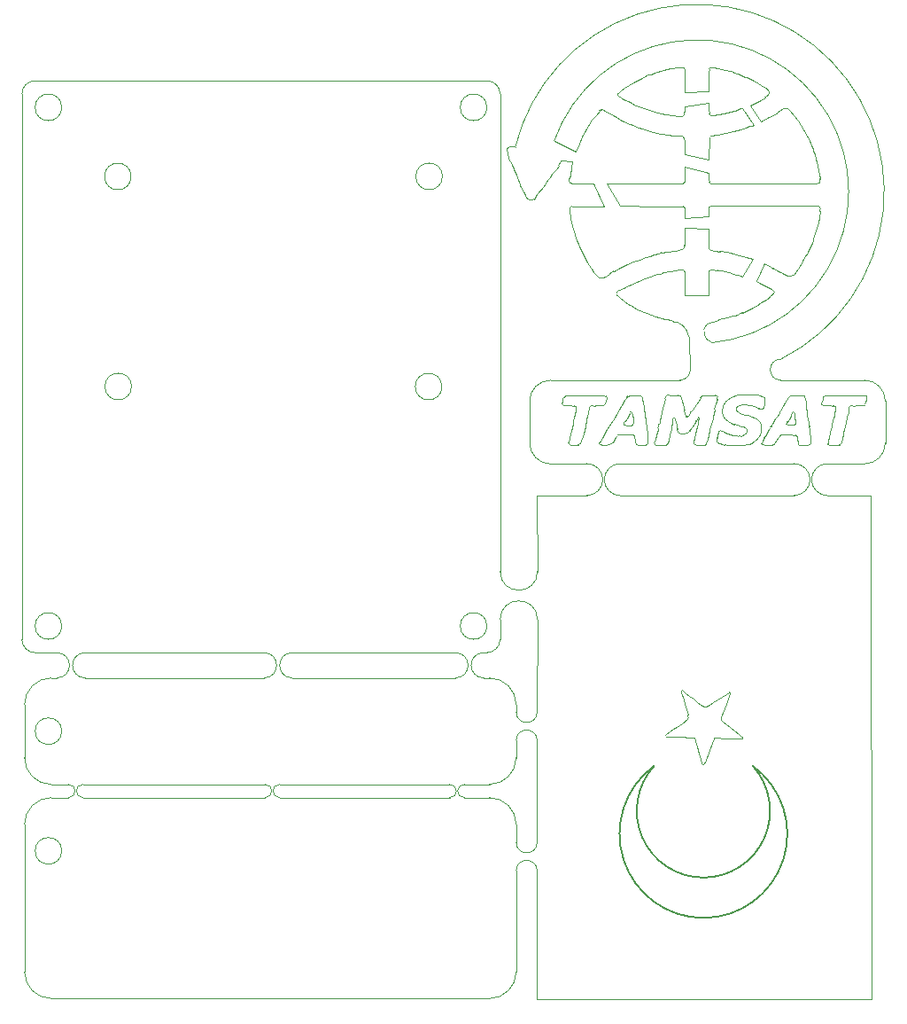
<source format=gbr>
G04 #@! TF.GenerationSoftware,KiCad,Pcbnew,5.1.5-52549c5~84~ubuntu19.10.1*
G04 #@! TF.CreationDate,2020-06-15T16:45:33+03:00*
G04 #@! TF.ProjectId,hymTracker_Panel,68796d54-7261-4636-9b65-725f50616e65,rev?*
G04 #@! TF.SameCoordinates,Original*
G04 #@! TF.FileFunction,Profile,NP*
%FSLAX46Y46*%
G04 Gerber Fmt 4.6, Leading zero omitted, Abs format (unit mm)*
G04 Created by KiCad (PCBNEW 5.1.5-52549c5~84~ubuntu19.10.1) date 2020-06-15 16:45:33*
%MOMM*%
%LPD*%
G04 APERTURE LIST*
%ADD10C,0.150000*%
%ADD11C,0.050000*%
%ADD12C,0.001000*%
%ADD13C,0.000250*%
G04 APERTURE END LIST*
D10*
X89400000Y-113800000D02*
G75*
G03X98800000Y-113800000I4700000J-6500000D01*
G01*
X89400000Y-113800000D02*
G75*
G03X98800000Y-113800000I4700000J-4300000D01*
G01*
D11*
X92641420Y-72663499D02*
X92710000Y-72898000D01*
X92710000Y-72898000D02*
X92856667Y-75967999D01*
X91186000Y-71374000D02*
G75*
G02X92641420Y-72663499I-68579J-1543498D01*
G01*
X94956294Y-73387690D02*
G75*
G02X94455658Y-71580237I261363J1045454D01*
G01*
X82955074Y-84932880D02*
X79492000Y-84968000D01*
X102767074Y-84932880D02*
X86155474Y-84936080D01*
X102767074Y-84932880D02*
G75*
G02X104295397Y-86460277I1324J-1526998D01*
G01*
X104440077Y-86464403D02*
G75*
G02X105967474Y-84936080I1526998J1324D01*
G01*
X82955074Y-84932880D02*
G75*
G02X84483397Y-86460277I1324J-1526998D01*
G01*
X84628077Y-86464403D02*
G75*
G02X86155474Y-84936080I1526998J1324D01*
G01*
X105968400Y-87991800D02*
X110120000Y-88010000D01*
X86156400Y-87991800D02*
X102768000Y-87988600D01*
X105968400Y-87991800D02*
G75*
G02X104440077Y-86464403I-1324J1526998D01*
G01*
X104295397Y-86460277D02*
G75*
G02X102768000Y-87988600I-1526998J-1324D01*
G01*
X78200000Y-108654000D02*
X78232000Y-99822000D01*
X74676000Y-99822000D02*
G75*
G02X78232000Y-99822000I1778000J0D01*
G01*
X78232000Y-95250000D02*
G75*
G02X74676000Y-95250000I-1778000J0D01*
G01*
X78200000Y-121100000D02*
X78200000Y-111379000D01*
X78200000Y-136100000D02*
X78200000Y-123825000D01*
X110200000Y-136100000D02*
X78200000Y-136100000D01*
X110120000Y-88010000D02*
X110200000Y-136100000D01*
X78200000Y-88011000D02*
X82956000Y-87988600D01*
X78232000Y-95250000D02*
X78200000Y-88011000D01*
X76200000Y-111379000D02*
G75*
G02X78200000Y-111379000I1000000J0D01*
G01*
X78200000Y-108654000D02*
G75*
G02X76200000Y-108654000I-1000000J0D01*
G01*
X76200000Y-123825000D02*
G75*
G02X78200000Y-123825000I1000000J0D01*
G01*
X78200000Y-121100000D02*
G75*
G02X76200000Y-121100000I-1000000J0D01*
G01*
X81877230Y-55174125D02*
X79830070Y-54128239D01*
X79830070Y-54128240D02*
G75*
G02X94956293Y-73387690I13661930J-4839760D01*
G01*
X76121219Y-54695307D02*
G75*
G02X101491999Y-74967999I17370781J-4272693D01*
G01*
X92856667Y-75967999D02*
G75*
G02X91856667Y-76967999I-1000000J0D01*
G01*
X101492000Y-76968000D02*
G75*
G02X101492000Y-74968000I0J1000000D01*
G01*
X77492000Y-78968000D02*
G75*
G02X79492000Y-76968000I2000000J0D01*
G01*
X79492000Y-84968000D02*
G75*
G02X77492000Y-82968000I0J2000000D01*
G01*
X111492000Y-82968000D02*
G75*
G02X109492000Y-84968000I-2000000J0D01*
G01*
X109492000Y-76968000D02*
G75*
G02X111492000Y-78968000I0J-2000000D01*
G01*
X109492000Y-76968000D02*
X101492000Y-76968000D01*
X111492000Y-82968000D02*
X111492000Y-78968000D01*
X105967474Y-84936080D02*
X109492000Y-84968000D01*
X77492000Y-78968000D02*
X77492000Y-82968000D01*
X91856667Y-76967999D02*
X79492000Y-76968000D01*
D12*
X96310272Y-107852772D02*
X95990976Y-108769708D01*
X90564315Y-110778447D02*
X91250000Y-110297224D01*
X95093631Y-111189204D02*
X94928971Y-111629057D01*
X92759340Y-107093373D02*
X93143791Y-107400000D01*
X93907996Y-113460937D02*
X93750691Y-112900000D01*
X94315152Y-108176622D02*
X94641134Y-107980382D01*
X93530456Y-107706421D02*
X93873835Y-107964349D01*
X94928971Y-111629057D02*
X94690449Y-112275992D01*
X94252283Y-113479812D02*
G75*
G02X94137675Y-113675862I-594251J215866D01*
G01*
X93578521Y-112279375D02*
X93481896Y-111957211D01*
X96486913Y-111181168D02*
X95974106Y-111156720D01*
X92422914Y-106835001D02*
X92759340Y-107093373D01*
X95450000Y-107460804D02*
X95876612Y-107181932D01*
X96647820Y-106841312D02*
X96310272Y-107852772D01*
X93481896Y-111957211D02*
X93399358Y-111700000D01*
X94641134Y-107980382D02*
X95020572Y-107742540D01*
X93673293Y-112611095D02*
X93578521Y-112279375D01*
X94137675Y-113675863D02*
G75*
G02X94026674Y-113676063I-55587J47738D01*
G01*
X92532607Y-111087421D02*
X92217489Y-111062526D01*
X93873835Y-107964349D02*
X94169135Y-108175772D01*
X95778577Y-109321867D02*
G75*
G02X95797537Y-109204604I180045J31053D01*
G01*
X96566937Y-106765080D02*
G75*
G02X96618366Y-106764822I25939J-44676D01*
G01*
X92568024Y-109401540D02*
G75*
G02X92280648Y-109616205I-1361460J1522918D01*
G01*
X95832432Y-109441448D02*
G75*
G02X95778576Y-109321867I204935J164215D01*
G01*
X90479083Y-110909428D02*
G75*
G02X90564315Y-110778447I209026J-42796D01*
G01*
X95020572Y-107742540D02*
X95450000Y-107460804D01*
X95990976Y-108769708D02*
G75*
G02X95797537Y-109204604I-3075091J1107315D01*
G01*
X93143791Y-107400000D02*
X93530456Y-107706421D01*
X96246958Y-106953269D02*
X96566936Y-106765080D01*
X93399358Y-111700000D02*
X93215213Y-111150000D01*
X94315151Y-108176622D02*
G75*
G02X94241092Y-108197784I-77130J129758D01*
G01*
X93750691Y-112900000D02*
X93673293Y-112611095D01*
X95974106Y-111156720D02*
X95536985Y-111141348D01*
X96324724Y-109862516D02*
X97015502Y-110396211D01*
X91800253Y-109926064D02*
X92073492Y-109747302D01*
X97498378Y-110793770D02*
X97847839Y-111103149D01*
X92614922Y-108934852D02*
G75*
G02X92651681Y-109219108I-940222J-266090D01*
G01*
X95876612Y-107181932D02*
X96246958Y-106953269D01*
X97814503Y-111210131D02*
X97439323Y-111211086D01*
X92217489Y-111062526D02*
X91831253Y-111039576D01*
X91831253Y-111039576D02*
X91438939Y-111021696D01*
X94241093Y-108197784D02*
G75*
G02X94169135Y-108175772I-2455J120599D01*
G01*
X91250000Y-110297224D02*
X91511223Y-110118926D01*
X95536985Y-111141348D02*
X95153646Y-111131438D01*
X93215213Y-111150000D02*
X92532607Y-111087421D01*
X95986607Y-109596770D02*
G75*
G02X95832432Y-109441448I651765J801126D01*
G01*
X95986606Y-109596770D02*
X96324724Y-109862516D01*
X90542289Y-110991603D02*
G75*
G02X90479082Y-110909428I3940J68427D01*
G01*
X92312768Y-107888848D02*
X92101544Y-107157220D01*
X91103572Y-111012421D02*
X90542289Y-110991602D01*
X92077699Y-106600000D02*
G75*
G02X92130564Y-106617400I0J-89008D01*
G01*
X92130564Y-106617400D02*
X92422914Y-106835001D01*
X92651682Y-109219108D02*
G75*
G02X92568024Y-109401540I-250920J4666D01*
G01*
X94026674Y-113676062D02*
G75*
G02X93907996Y-113460937I447637J387246D01*
G01*
X91438939Y-111021696D02*
X91103572Y-111012421D01*
X96618365Y-106764822D02*
G75*
G02X96647820Y-106841312I-31874J-56190D01*
G01*
X94690449Y-112275992D02*
X94252283Y-113479812D01*
X92073492Y-109747302D02*
X92280648Y-109616205D01*
X97859328Y-111184909D02*
G75*
G02X97814503Y-111210131I-45241J27960D01*
G01*
X92024460Y-106824936D02*
G75*
G02X92016854Y-106655565I617211J112572D01*
G01*
X92614922Y-108934852D02*
X92312768Y-107888848D01*
X92016854Y-106655565D02*
G75*
G02X92077699Y-106600000I60845J-5531D01*
G01*
X95122949Y-111143719D02*
G75*
G02X95153646Y-111131438I29679J-29680D01*
G01*
X95093631Y-111189204D02*
G75*
G02X95122948Y-111143719I119877J-45075D01*
G01*
X91511223Y-110118926D02*
X91800253Y-109926064D01*
X97015502Y-110396211D02*
X97498378Y-110793770D01*
X97439323Y-111211086D02*
X97000300Y-111203181D01*
X97000300Y-111203181D02*
X96486913Y-111181168D01*
X92101543Y-107157220D02*
G75*
G02X92024460Y-106824935I3453097J976139D01*
G01*
X97847839Y-111103149D02*
G75*
G02X97859327Y-111184909I-43468J-47795D01*
G01*
D13*
X105248329Y-57738670D02*
G75*
G02X105264828Y-57953701I-1234949J-202908D01*
G01*
X105264827Y-57953701D02*
G75*
G02X105235867Y-58076962I-288691J2796D01*
G01*
X105235867Y-58076962D02*
G75*
G02X105158349Y-58159866I-172767J83850D01*
G01*
X105158348Y-58159866D02*
G75*
G02X104887855Y-58231729I-270701J473923D01*
G01*
X92226352Y-47146084D02*
G75*
G02X92269089Y-47195838I-90790J-121216D01*
G01*
X92269090Y-47195838D02*
G75*
G02X92293175Y-47286078I-180164J-96421D01*
G01*
X92307487Y-47823466D02*
X92293175Y-47286078D01*
X92317718Y-48512246D02*
X92307487Y-47823466D01*
X80538734Y-55967903D02*
G75*
G02X80438039Y-56187736I-1416352J515784D01*
G01*
X80438038Y-56187736D02*
G75*
G02X80262916Y-56462755I-2489269J1391816D01*
G01*
X105082318Y-56803735D02*
X105045576Y-56589007D01*
X105124656Y-57043094D02*
X105082318Y-56803735D01*
X105166929Y-57274125D02*
X105124656Y-57043094D01*
X105248328Y-57738670D02*
X105166929Y-57274125D01*
X92280529Y-51579968D02*
G75*
G02X92217650Y-51702324I-221969J36735D01*
G01*
X92217651Y-51702324D02*
G75*
G02X92150438Y-51755585I-263580J263580D01*
G01*
X92150438Y-51755585D02*
G75*
G02X92082600Y-51781785I-103435J166893D01*
G01*
X92082599Y-51781786D02*
G75*
G02X91990319Y-51787462I-69509J377052D01*
G01*
X79407570Y-57574916D02*
X79632707Y-57279870D01*
X79180316Y-57885645D02*
X79407570Y-57574916D01*
X98720849Y-48299139D02*
X98557184Y-48227019D01*
X98720849Y-48299139D02*
G75*
G02X99092791Y-48486266I-1366055J-3178445D01*
G01*
X99627310Y-48810408D02*
X99092791Y-48486266D01*
X100146558Y-49148940D02*
X99627310Y-48810408D01*
X91830150Y-51773759D02*
X91990319Y-51787462D01*
X91141290Y-51687781D02*
X91830150Y-51773759D01*
X90541617Y-51593260D02*
X91141290Y-51687781D01*
X89983314Y-51482178D02*
X90541617Y-51593260D01*
X92320849Y-49445838D02*
X92317718Y-48512246D01*
X94620849Y-49367053D02*
X92320849Y-49445838D01*
X92307150Y-51327004D02*
X92318882Y-50843461D01*
X92307151Y-51327004D02*
G75*
G02X92280529Y-51579967I-2149108J98289D01*
G01*
X93325116Y-82093281D02*
X93294675Y-82199125D01*
X93358730Y-81959438D02*
X93325116Y-82093281D01*
X93390176Y-81820810D02*
X93358730Y-81959438D01*
X93414134Y-81699125D02*
X93390176Y-81820810D01*
X93479024Y-81359953D02*
X93414134Y-81699125D01*
X93537923Y-81105945D02*
X93479024Y-81359953D01*
X93594638Y-80915779D02*
X93537923Y-81105945D01*
X81660803Y-62508473D02*
X82011544Y-63574125D01*
X81660803Y-62508473D02*
G75*
G02X81421243Y-61528422I10699664J3134688D01*
G01*
X81293643Y-60721367D02*
X81421243Y-61528422D01*
X81293643Y-60721367D02*
G75*
G02X81393059Y-60434057I345382J41344D01*
G01*
X102024774Y-60274870D02*
X98459293Y-60284976D01*
X100753478Y-66299125D02*
G75*
G02X100738088Y-66295222I0J32293D01*
G01*
X100640360Y-66241913D02*
X100738088Y-66295222D01*
X100527947Y-66179011D02*
X100640360Y-66241913D01*
X100398645Y-66104360D02*
X100527947Y-66179011D01*
X100155401Y-65972812D02*
X100398645Y-66104360D01*
X94753499Y-51671270D02*
G75*
G02X94688341Y-51622314I47959J131670D01*
G01*
X94688341Y-51622313D02*
G75*
G02X94651079Y-51517889I157220J114961D01*
G01*
X94634272Y-51118183D02*
X94651079Y-51517889D01*
X94623535Y-50498743D02*
X94634272Y-51118183D01*
X99374435Y-80816036D02*
G75*
G02X99476939Y-80940592I-709564J-688399D01*
G01*
X99476939Y-80940592D02*
G75*
G02X99565218Y-81088089I-1045440J-725879D01*
G01*
X99565218Y-81088089D02*
G75*
G02X99655983Y-81354070I-878992J-448429D01*
G01*
X99655983Y-81354070D02*
G75*
G02X99677272Y-81655464I-1288880J-242489D01*
G01*
X99677272Y-81655464D02*
G75*
G02X99628514Y-81965491I-1414352J63588D01*
G01*
X99628515Y-81965491D02*
G75*
G02X99512669Y-82256904I-1361422J372473D01*
G01*
X76035100Y-54674125D02*
X75732500Y-54677463D01*
X76121219Y-54695307D02*
X76035100Y-54674125D01*
X104497414Y-54704907D02*
X104448483Y-54570825D01*
X104555909Y-54861818D02*
X104497414Y-54704907D01*
X104617680Y-55024125D02*
X104555909Y-54861818D01*
X104752736Y-55400583D02*
X104617680Y-55024125D01*
X92310063Y-62417474D02*
X94579219Y-62469913D01*
X94578925Y-60848846D02*
X94572083Y-61360532D01*
X94597386Y-60551399D02*
X94578925Y-60848846D01*
X94597386Y-60551400D02*
G75*
G02X94642663Y-60421970I283110J-26404D01*
G01*
X94722737Y-60299762D02*
X94642663Y-60421970D01*
X89261808Y-53247396D02*
X88471439Y-53019234D01*
X90044462Y-53424007D02*
X89261808Y-53247396D01*
X90809238Y-53546473D02*
X90044462Y-53424007D01*
X91137251Y-53585775D02*
X90809238Y-53546473D01*
X91646921Y-81880675D02*
G75*
G02X91598172Y-81665230I1057922J352618D01*
G01*
X91565179Y-81436265D02*
X91598172Y-81665230D01*
X91519946Y-81184089D02*
X91565179Y-81436265D01*
X91468535Y-80939061D02*
X91519946Y-81184089D01*
X91416814Y-80732622D02*
X91468535Y-80939061D01*
X91342651Y-80572673D02*
G75*
G02X91416814Y-80732622I-443912J-302996D01*
G01*
X91260168Y-80563439D02*
G75*
G02X91342650Y-80572673I37269J-40095D01*
G01*
X88345788Y-79249125D02*
X88317507Y-79131684D01*
X88376106Y-79377758D02*
X88345788Y-79249125D01*
X88406202Y-79538813D02*
X88376106Y-79377758D01*
X88431685Y-79704671D02*
X88406202Y-79538813D01*
X88447885Y-79849125D02*
X88431685Y-79704671D01*
X88463719Y-80005354D02*
X88447885Y-79849125D01*
X88488757Y-80210844D02*
X88463719Y-80005354D01*
X88517962Y-80428071D02*
X88488757Y-80210844D01*
X88547219Y-80624125D02*
X88517962Y-80428071D01*
X88578068Y-80827255D02*
X88547219Y-80624125D01*
X88612169Y-81066782D02*
X88578068Y-80827255D01*
X88644222Y-81303947D02*
X88612169Y-81066782D01*
X88668638Y-81499125D02*
X88644222Y-81303947D01*
X98788501Y-80504165D02*
X98720537Y-80479204D01*
X98854893Y-80521775D02*
G75*
G02X98788501Y-80504165I142772J672234D01*
G01*
X98854893Y-80521775D02*
G75*
G02X98920152Y-80539990I-111929J-527013D01*
G01*
X98920152Y-80539990D02*
G75*
G02X98984720Y-80566718I-200421J-575514D01*
G01*
X98984720Y-80566718D02*
G75*
G02X99039630Y-80597399I-229218J-474706D01*
G01*
X99039630Y-80597399D02*
G75*
G02X99073516Y-80627339I-79231J-123819D01*
G01*
X95500841Y-51602888D02*
X96063233Y-51499661D01*
X95023490Y-51672384D02*
X95500841Y-51602888D01*
X95023490Y-51672384D02*
G75*
G02X94848166Y-51686810I-211476J1497578D01*
G01*
X94848166Y-51686810D02*
G75*
G02X94753499Y-51671270I-6180J258476D01*
G01*
X86121310Y-69118134D02*
X86488570Y-69399367D01*
X85867859Y-68894304D02*
X86121310Y-69118134D01*
X85867860Y-68894304D02*
G75*
G02X85788580Y-68759611I195287J205624D01*
G01*
X85788580Y-68759610D02*
G75*
G02X85791154Y-68655460I184091J47557D01*
G01*
X85791153Y-68655460D02*
G75*
G02X85847456Y-68550718I299004J-93222D01*
G01*
X89970848Y-64819034D02*
G75*
G02X90087488Y-64789317I370827J-1211773D01*
G01*
X89857250Y-64853050D02*
X89970849Y-64819034D01*
X89694442Y-64900357D02*
X89857250Y-64853050D01*
X89515487Y-64951530D02*
X89694442Y-64900357D01*
X89345849Y-64999191D02*
X89515487Y-64951530D01*
X89565448Y-82572353D02*
G75*
G02X89549284Y-82653889I-709514J98290D01*
G01*
X89570849Y-82494024D02*
G75*
G02X89565449Y-82572353I-570815J0D01*
G01*
X89570849Y-82494024D02*
G75*
G02X89577550Y-82400997I649057J0D01*
G01*
X89600034Y-82269564D02*
X89577550Y-82400997D01*
X89632166Y-82126069D02*
X89600034Y-82269564D01*
X89670203Y-81991080D02*
X89632166Y-82126069D01*
X92283891Y-64090542D02*
X92298960Y-63642125D01*
X92283890Y-64090542D02*
G75*
G02X92256379Y-64328123I-2029508J114632D01*
G01*
X92256379Y-64328123D02*
G75*
G02X92195849Y-64439562I-196487J34568D01*
G01*
X92195848Y-64439562D02*
G75*
G02X92077038Y-64505060I-189867J203903D01*
G01*
X92077039Y-64505060D02*
G75*
G02X91829170Y-64558664I-720317J2730932D01*
G01*
X81586135Y-56115900D02*
X81464560Y-56670347D01*
X80538734Y-55967903D02*
X81586135Y-56115900D01*
X82195025Y-54382847D02*
X81877230Y-55174125D01*
X90233584Y-47379482D02*
X90087812Y-47416066D01*
X90385565Y-47343953D02*
X90233584Y-47379482D01*
X90563838Y-47301987D02*
X90385565Y-47343953D01*
X90739689Y-47260370D02*
X90563838Y-47301987D01*
X87409095Y-80951882D02*
G75*
G02X87413055Y-81092645I-962140J-97506D01*
G01*
X87371803Y-80607415D02*
X87409094Y-80951882D01*
X86812385Y-78511625D02*
G75*
G02X86877394Y-78482750I86738J-107663D01*
G01*
X87026796Y-78464367D02*
X86877394Y-78482750D01*
X87236877Y-78452664D02*
X87026796Y-78464367D01*
X87528646Y-78449125D02*
X87236877Y-78452664D01*
X87994506Y-78457062D02*
X87528646Y-78449125D01*
X87994506Y-78457061D02*
G75*
G02X88166315Y-78499517I-14583J-427885D01*
G01*
X88166316Y-78499517D02*
G75*
G02X88246256Y-78598779I-64811J-134016D01*
G01*
X88246256Y-78598778D02*
G75*
G02X88271442Y-78808338I-886396J-212824D01*
G01*
X88276671Y-78890825D02*
G75*
G02X88271442Y-78808338I687152J84965D01*
G01*
X88293526Y-79006207D02*
X88276670Y-78890825D01*
X88317507Y-79131684D02*
X88293526Y-79006207D01*
X102752868Y-51655737D02*
X102383856Y-51212655D01*
X103129898Y-52146079D02*
X102752868Y-51655737D01*
X103427920Y-52584488D02*
X103129898Y-52146079D01*
X103683406Y-53018365D02*
X103427920Y-52584488D01*
X85847456Y-68550718D02*
G75*
G02X85957888Y-68448680I415535J-338938D01*
G01*
X85957888Y-68448680D02*
G75*
G02X86120242Y-68352996I738033J-1066703D01*
G01*
X86223865Y-68300870D02*
X86120242Y-68352996D01*
X86430627Y-68194992D02*
X86223865Y-68300870D01*
X86674502Y-68069495D02*
X86430627Y-68194992D01*
X98641732Y-70125262D02*
X99431866Y-69708239D01*
X97839371Y-70526881D02*
X98641732Y-70125262D01*
X97839371Y-70526881D02*
G75*
G02X97496022Y-70654022I-805524J1648162D01*
G01*
X97397607Y-70682495D02*
X97496022Y-70654022D01*
X97262618Y-70727076D02*
X97397607Y-70682495D01*
X91963496Y-53655192D02*
G75*
G02X92050915Y-53674301I-43331J-407742D01*
G01*
X92050915Y-53674301D02*
G75*
G02X92123120Y-53709382I-100479J-298657D01*
G01*
X92123120Y-53709382D02*
G75*
G02X92190173Y-53763905I-230978J-352553D01*
G01*
X92190174Y-53763904D02*
G75*
G02X92259078Y-53879589I-193787J-193787D01*
G01*
X101790664Y-51034972D02*
G75*
G02X101932996Y-51007372I178143J-537875D01*
G01*
X101932996Y-51007372D02*
G75*
G02X102077212Y-51016823I35589J-561960D01*
G01*
X102077212Y-51016823D02*
G75*
G02X102202547Y-51063397I-80132J-407577D01*
G01*
X102202547Y-51063398D02*
G75*
G02X102383856Y-51212655I-340712J-598625D01*
G01*
X104871288Y-55784045D02*
X104752736Y-55400583D01*
X104964715Y-56143506D02*
X104871288Y-55784045D01*
X105022689Y-56445136D02*
X104964715Y-56143506D01*
X105045576Y-56589007D02*
X105022689Y-56445136D01*
X83807506Y-51653030D02*
X83456314Y-52108426D01*
X84160641Y-51221676D02*
X83807506Y-51653030D01*
X84160642Y-51221676D02*
G75*
G02X84283589Y-51132159I240059J-200522D01*
G01*
X101670849Y-51097069D02*
G75*
G02X101790664Y-51034972I254361J-344146D01*
G01*
X99100477Y-80654930D02*
G75*
G02X99073516Y-80627339I156215J179614D01*
G01*
X99132154Y-80678527D02*
G75*
G02X99100477Y-80654931I139928J220906D01*
G01*
X99163623Y-80695091D02*
G75*
G02X99132153Y-80678527I87418J204254D01*
G01*
X99189471Y-80700789D02*
G75*
G02X99163623Y-80695092I2094J70985D01*
G01*
X99189471Y-80700789D02*
G75*
G02X99272758Y-80728749I-4466J-151331D01*
G01*
X99272759Y-80728748D02*
G75*
G02X99374435Y-80816036I-426718J-599921D01*
G01*
X95470067Y-66481685D02*
G75*
G02X96130461Y-66587605I-870999J-7542217D01*
G01*
X96130461Y-66587604D02*
G75*
G02X96745849Y-66747596I-1251627J-6077727D01*
G01*
X96948989Y-66809973D02*
X96745849Y-66747596D01*
X97188505Y-66880268D02*
X96948989Y-66809973D01*
X97425684Y-66947426D02*
X97188505Y-66880268D01*
X90883584Y-47226064D02*
X90739689Y-47260370D01*
X91015969Y-47196100D02*
X90883584Y-47226064D01*
X91155527Y-47167928D02*
X91015969Y-47196100D01*
X91282496Y-47145165D02*
X91155527Y-47167928D01*
X103197134Y-83142077D02*
G75*
G02X103183024Y-83117305I38115J38115D01*
G01*
X103153589Y-82998269D02*
X103183024Y-83117305D01*
X103121914Y-82856325D02*
X103153589Y-82998269D01*
X103089887Y-82693507D02*
X103121914Y-82856325D01*
X103056823Y-82529545D02*
X103089887Y-82693507D01*
X103022001Y-82383972D02*
X103056823Y-82529545D01*
X102988825Y-82264071D02*
X103022001Y-82383972D01*
X102968401Y-82228688D02*
G75*
G02X102988825Y-82264071I-62310J-59554D01*
G01*
X102929845Y-82210507D02*
G75*
G02X102968401Y-82228688I-4343J-59183D01*
G01*
X98370848Y-80334549D02*
G75*
G02X98443349Y-80349197I-105239J-707614D01*
G01*
X98443350Y-80349197D02*
G75*
G02X98516474Y-80371645I-203229J-792341D01*
G01*
X98516473Y-80371645D02*
G75*
G02X98580050Y-80397987I-241398J-672518D01*
G01*
X98580051Y-80397987D02*
G75*
G02X98620849Y-80424286I-78939J-167252D01*
G01*
X98660645Y-80451119D02*
G75*
G02X98620849Y-80424286I100527J192023D01*
G01*
X98720537Y-80479203D02*
G75*
G02X98660645Y-80451118I290449J697289D01*
G01*
X98105260Y-81513704D02*
G75*
G02X98240697Y-81625528I-519178J-766739D01*
G01*
X97946749Y-81427068D02*
G75*
G02X98105261Y-81513704I-375291J-874970D01*
G01*
X97810715Y-81399125D02*
G75*
G02X97946749Y-81427068I0J-345100D01*
G01*
X97810714Y-81399125D02*
G75*
G02X97746360Y-81392467I1J314330D01*
G01*
X97655621Y-81370073D02*
X97746360Y-81392467D01*
X91688059Y-78411731D02*
X91192069Y-78399125D01*
X91688059Y-78411730D02*
G75*
G02X91893234Y-78471540I-23526J-462533D01*
G01*
X91893234Y-78471540D02*
G75*
G02X92003896Y-78606875I-119708J-210795D01*
G01*
X92003895Y-78606875D02*
G75*
G02X92072525Y-78899125I-1662703J-544638D01*
G01*
X92096163Y-79041480D02*
X92072525Y-78899125D01*
X92128156Y-79200757D02*
X92096163Y-79041480D01*
X92163057Y-79352451D02*
X92128156Y-79200757D01*
X92195376Y-79469572D02*
X92163057Y-79352451D01*
X86156125Y-66212373D02*
X86823519Y-65886784D01*
X85523441Y-66554015D02*
X86156125Y-66212373D01*
X85124716Y-66815797D02*
G75*
G02X85523441Y-66554015I2192021J-2904158D01*
G01*
X84644566Y-67151240D02*
X85124717Y-66815798D01*
X84644566Y-67151240D02*
G75*
G02X84370522Y-67244948I-325575J504561D01*
G01*
X75493503Y-54725544D02*
G75*
G02X75587277Y-54692211I149393J-271711D01*
G01*
X75587277Y-54692210D02*
G75*
G02X75732500Y-54677463I165583J-908140D01*
G01*
X86692241Y-80741653D02*
X86781969Y-80586009D01*
X86612531Y-80873301D02*
X86692241Y-80741653D01*
X86612531Y-80873301D02*
G75*
G02X86563734Y-80943368I-679156J420957D01*
G01*
X86498618Y-81048710D02*
G75*
G02X86563734Y-80943368I517764J-247254D01*
G01*
X86474503Y-81145597D02*
G75*
G02X86498618Y-81048710I249120J-10562D01*
G01*
X86493518Y-81221167D02*
G75*
G02X86474503Y-81145597I117632J69777D01*
G01*
X86549938Y-81268776D02*
G75*
G02X86493518Y-81221167I40280J104969D01*
G01*
X86703020Y-81299571D02*
G75*
G02X86549938Y-81268776I14309J467008D01*
G01*
X86967673Y-81297461D02*
X86703019Y-81299571D01*
X87229928Y-81276326D02*
X86967673Y-81297461D01*
X87343848Y-81231772D02*
G75*
G02X87229928Y-81276326I-141191J193091D01*
G01*
X87392968Y-81172655D02*
G75*
G02X87343848Y-81231771I-142222J68208D01*
G01*
X87413054Y-81092645D02*
G75*
G02X87392968Y-81172655I-206163J9231D01*
G01*
X87703583Y-83085964D02*
G75*
G02X87662097Y-83037165I81232J111092D01*
G01*
X87662097Y-83037164D02*
G75*
G02X87630510Y-82956099I395799J200910D01*
G01*
X87630510Y-82956099D02*
G75*
G02X87606180Y-82838966I840349J235646D01*
G01*
X87587912Y-82673464D02*
X87606180Y-82838966D01*
X87539005Y-82348821D02*
G75*
G02X87587912Y-82673464I-2436247J-533021D01*
G01*
X87443318Y-82215901D02*
G75*
G02X87539005Y-82348821I-105677J-176976D01*
G01*
X87252794Y-82159433D02*
G75*
G02X87443318Y-82215900I-15230J-401041D01*
G01*
X86709812Y-82149125D02*
X87252794Y-82159432D01*
X86436493Y-82152815D02*
X86709812Y-82149125D01*
X86190793Y-82164001D02*
X86436493Y-82152815D01*
X85986582Y-82179746D02*
X86190793Y-82164001D01*
X85919649Y-82199767D02*
G75*
G02X85986582Y-82179746I82660J-154450D01*
G01*
X102185195Y-80836877D02*
X102262345Y-80715242D01*
X102120259Y-80942790D02*
X102185195Y-80836877D01*
X102069726Y-81043347D02*
G75*
G02X102120259Y-80942790I1064541J-471993D01*
G01*
X102036587Y-81128256D02*
G75*
G02X102069726Y-81043346I954568J-323632D01*
G01*
X102037415Y-81170180D02*
G75*
G02X102036587Y-81128256I57617J22109D01*
G01*
X102105901Y-81225055D02*
G75*
G02X102037416Y-81170180I12706J86031D01*
G01*
X102381679Y-81256873D02*
X102105901Y-81225055D01*
X102660575Y-81267437D02*
G75*
G02X102381679Y-81256873I-22773J3085559D01*
G01*
X102830130Y-81236208D02*
G75*
G02X102660575Y-81267437I-173214J464534D01*
G01*
X102882416Y-81207895D02*
G75*
G02X102830129Y-81236207I-127068J172239D01*
G01*
X98070849Y-47995328D02*
X97938134Y-47931821D01*
X98202764Y-48061416D02*
X98070849Y-47995328D01*
X98375224Y-48143412D02*
X98202764Y-48061416D01*
X98557184Y-48227019D02*
X98375224Y-48143412D01*
X100256646Y-49779071D02*
G75*
G02X99973471Y-49974810I-2125971J2772922D01*
G01*
X99549103Y-50220902D02*
X99973471Y-49974810D01*
X99087229Y-50455509D02*
X99549103Y-50220902D01*
X98533385Y-50705215D02*
X99087229Y-50455509D01*
X96495849Y-80915489D02*
G75*
G02X96241116Y-80735771I570399J1078868D01*
G01*
X96241117Y-80735771D02*
G75*
G02X96061545Y-80508708I617465J672857D01*
G01*
X96061545Y-80508709D02*
G75*
G02X95956175Y-80227490I868516J485775D01*
G01*
X95956175Y-80227489D02*
G75*
G02X95920849Y-79887447I1618938J340043D01*
G01*
X95920849Y-79887447D02*
G75*
G02X96004841Y-79413571I1378782J-1D01*
G01*
X76019007Y-56953915D02*
G75*
G02X76045503Y-57008761I-597994J-322712D01*
G01*
X75992973Y-56900443D02*
X76019007Y-56953915D01*
X81300687Y-58027722D02*
G75*
G02X81276511Y-57912069I300332J123133D01*
G01*
X81276510Y-57912069D02*
G75*
G02X81287394Y-57724537I1160262J26744D01*
G01*
X81346053Y-57336648D02*
X81287394Y-57724537D01*
X81464560Y-56670347D02*
X81346053Y-57336648D01*
X77199224Y-59531595D02*
G75*
G02X77064965Y-59307879I2377967J1579235D01*
G01*
X76884391Y-58950265D02*
X77064965Y-59307879D01*
X95706265Y-81809057D02*
G75*
G02X95790883Y-81813378I28219J-278098D01*
G01*
X95790883Y-81813378D02*
G75*
G02X95906014Y-81844036I-210671J-1022660D01*
G01*
X95906014Y-81844035D02*
G75*
G02X96043677Y-81896769I-474514J-1444797D01*
G01*
X96200301Y-81971314D02*
X96043677Y-81896769D01*
X96336745Y-82039258D02*
X96200301Y-81971314D01*
X96460790Y-82096620D02*
X96336745Y-82039258D01*
X95737209Y-83021453D02*
X95889372Y-83073590D01*
X95598097Y-82968602D02*
X95737209Y-83021453D01*
X95483460Y-82920588D02*
X95598097Y-82968602D01*
X95483460Y-82920589D02*
G75*
G02X95437827Y-82892468I76626J175434D01*
G01*
X95437826Y-82892468D02*
G75*
G02X95387587Y-82807702I93544J112713D01*
G01*
X95387587Y-82807702D02*
G75*
G02X95376375Y-82661699I624577J121397D01*
G01*
X86132861Y-52092426D02*
X85761283Y-51883051D01*
X86481074Y-52273044D02*
X86132861Y-52092426D01*
X86720848Y-52376186D02*
G75*
G02X86481074Y-52273044I814882J2224625D01*
G01*
X86829267Y-52416575D02*
X86720849Y-52376186D01*
X97409901Y-47728496D02*
X97254525Y-47676874D01*
X97577762Y-47786451D02*
X97409901Y-47728496D01*
X97763258Y-47858106D02*
X97577762Y-47786451D01*
X97938134Y-47931821D02*
X97763258Y-47858106D01*
X89670849Y-47546819D02*
X89450050Y-47631648D01*
X89780787Y-47507255D02*
X89670849Y-47546819D01*
X89928965Y-47461066D02*
X89780787Y-47507255D01*
X90087812Y-47416066D02*
X89928965Y-47461066D01*
X91450194Y-53618971D02*
X91137251Y-53585775D01*
X91715529Y-53643423D02*
X91450194Y-53618971D01*
X91849011Y-53649125D02*
X91715529Y-53643423D01*
X91849010Y-53649126D02*
G75*
G02X91963496Y-53655192I1J-1083350D01*
G01*
X99910546Y-58231537D02*
X104887855Y-58231729D01*
X94903647Y-58227598D02*
X99910546Y-58231537D01*
X94903648Y-58227599D02*
G75*
G02X94703015Y-58155067I350J314724D01*
G01*
X94703014Y-58155067D02*
G75*
G02X94653367Y-58060378I88672J106853D01*
G01*
X101671640Y-79481275D02*
X101469617Y-79842354D01*
X101880109Y-79128062D02*
X101671640Y-79481275D01*
X102070784Y-78821834D02*
X101880109Y-79128062D01*
X102210639Y-78619709D02*
X102070784Y-78821834D01*
X90531523Y-78486625D02*
G75*
G02X90580828Y-78439786I87691J-42938D01*
G01*
X90580827Y-78439786D02*
G75*
G02X90673818Y-78414263I139631J-326564D01*
G01*
X90673819Y-78414263D02*
G75*
G02X90841165Y-78401899I190240J-1436141D01*
G01*
X91192069Y-78399125D02*
X90841165Y-78401899D01*
X94654933Y-47235659D02*
G75*
G02X94708349Y-47152481I109193J-11381D01*
G01*
X91460617Y-47125697D02*
X91370849Y-47133195D01*
X91593066Y-47118086D02*
X91460617Y-47125697D01*
X91740215Y-47111516D02*
X91593066Y-47118086D01*
X96004841Y-79413571D02*
G75*
G02X96245614Y-79020400I1097031J-401500D01*
G01*
X96245613Y-79020399D02*
G75*
G02X96662277Y-78697932I1182363J-1097320D01*
G01*
X96662278Y-78697932D02*
G75*
G02X97270849Y-78432823I1883154J-3491817D01*
G01*
X94680848Y-66509125D02*
G75*
G02X94879842Y-66432586I185608J-185608D01*
G01*
X95470067Y-66481685D02*
X94879842Y-66432586D01*
X102721417Y-82196946D02*
X102929845Y-82210507D01*
X102473946Y-82187270D02*
X102721417Y-82196946D01*
X102188588Y-82184436D02*
X102473946Y-82187270D01*
X101452203Y-82185621D02*
X102188588Y-82184436D01*
X101335327Y-82329873D02*
X101452203Y-82185621D01*
X101278667Y-82406045D02*
X101335327Y-82329873D01*
X101201527Y-82522622D02*
X101278667Y-82406045D01*
X101119340Y-82654459D02*
X101201527Y-82522622D01*
X101043965Y-82783473D02*
X101119340Y-82654459D01*
X87432779Y-50654680D02*
G75*
G02X87242921Y-50545459I250738J655483D01*
G01*
X87203464Y-50519383D02*
G75*
G02X87242921Y-50545459I-117453J-220618D01*
G01*
X87052182Y-50439590D02*
X87203464Y-50519383D01*
X86871780Y-50346858D02*
X87052182Y-50439590D01*
X77441520Y-59744832D02*
G75*
G02X77315871Y-59662265I284998J570592D01*
G01*
X77315871Y-59662265D02*
G75*
G02X77199224Y-59531595I396961J471761D01*
G01*
X97556717Y-81338083D02*
X97655621Y-81370073D01*
X97463809Y-81300224D02*
X97556717Y-81338083D01*
X97374249Y-81262282D02*
X97463809Y-81300224D01*
X97285389Y-81230052D02*
X97374249Y-81262282D01*
X97208066Y-81206655D02*
X97285389Y-81230052D01*
X87324458Y-80258562D02*
X87371803Y-80607415D01*
X87274546Y-80069351D02*
G75*
G02X87324458Y-80258562I-892038J-336497D01*
G01*
X87213592Y-79990912D02*
G75*
G02X87274547Y-80069351I-96348J-137777D01*
G01*
X87138706Y-79989486D02*
G75*
G02X87213592Y-79990913I36380J-56490D01*
G01*
X87108780Y-80019299D02*
G75*
G02X87138706Y-79989486I84436J-54829D01*
G01*
X87037812Y-80131450D02*
X87108780Y-80019298D01*
X86956719Y-80268373D02*
X87037812Y-80131450D01*
X86870769Y-80424125D02*
X86956719Y-80268373D01*
X86781969Y-80586009D02*
X86870769Y-80424125D01*
X99512669Y-82256904D02*
G75*
G02X99379066Y-82468679I-1512446J806127D01*
G01*
X99379066Y-82468679D02*
G75*
G02X99223186Y-82645042I-1078567J796230D01*
G01*
X99223186Y-82645042D02*
G75*
G02X99032933Y-82797316I-998302J1052297D01*
G01*
X99032934Y-82797316D02*
G75*
G02X98795849Y-82936942I-1307851J1949633D01*
G01*
X98458295Y-83093994D02*
X98795849Y-82936942D01*
X98458295Y-83093994D02*
G75*
G02X98214924Y-83164621I-427682J1019100D01*
G01*
X86930274Y-67937237D02*
X86674502Y-68069495D01*
X87197230Y-67801850D02*
X86930274Y-67937237D01*
X87474710Y-67666942D02*
X87197230Y-67801850D01*
X87724527Y-67550401D02*
X87474710Y-67666942D01*
X87892774Y-67478787D02*
X87724527Y-67550401D01*
X91419432Y-64617006D02*
X91829170Y-64558664D01*
X90645849Y-64702549D02*
X91419432Y-64617006D01*
X90457062Y-64725836D02*
X90645849Y-64702549D01*
X90261942Y-64756414D02*
X90457062Y-64725836D01*
X90087488Y-64789317D02*
X90261942Y-64756414D01*
X88515254Y-67238289D02*
X87892774Y-67478787D01*
X89008720Y-67060754D02*
X88515254Y-67238289D01*
X89405900Y-66933515D02*
X89008720Y-67060754D01*
X89723270Y-66852389D02*
X89405900Y-66933515D01*
X89832836Y-66826750D02*
X89723270Y-66852389D01*
X99896469Y-65853274D02*
X100155401Y-65972812D01*
X98795849Y-65422285D02*
X97793460Y-67047207D01*
X98168298Y-65213131D02*
X98795849Y-65422285D01*
X97251488Y-64964458D02*
X98168298Y-65213131D01*
X96341788Y-64742428D02*
X97251488Y-64964458D01*
X95964741Y-64699125D02*
G75*
G02X96341788Y-64742428I-2J-1663182D01*
G01*
X95964740Y-64699126D02*
G75*
G02X95653758Y-64679112I2J2426097D01*
G01*
X95217212Y-64612257D02*
X95653758Y-64679112D01*
X94782329Y-64529379D02*
X95217212Y-64612257D01*
X82498659Y-53716300D02*
X82195025Y-54382847D01*
X82819099Y-53108912D02*
X82498659Y-53716300D01*
X83186872Y-52499125D02*
X82819099Y-53108912D01*
X83456314Y-52108426D02*
X83186872Y-52499125D01*
X84370521Y-67244948D02*
G75*
G02X84135099Y-67181317I-30524J354393D01*
G01*
X84135099Y-67181317D02*
G75*
G02X83839092Y-66926532I1163536J1651126D01*
G01*
X83839093Y-66926532D02*
G75*
G02X83571372Y-66610384I2470333J2363358D01*
G01*
X83307703Y-66224684D02*
X83571372Y-66610384D01*
X83015281Y-65719928D02*
X83307703Y-66224684D01*
X96976835Y-82251230D02*
X96850565Y-82212105D01*
X97216272Y-82311296D02*
G75*
G02X96976835Y-82251230I349141J1899012D01*
G01*
X97421677Y-82326256D02*
G75*
G02X97216272Y-82311296I-34425J944935D01*
G01*
X97642292Y-82296767D02*
G75*
G02X97421677Y-82326256I-262685J1125251D01*
G01*
X97934307Y-82216347D02*
X97642292Y-82296767D01*
X92554428Y-80511086D02*
G75*
G02X92521932Y-80524125I-32496J33976D01*
G01*
X92602933Y-80458900D02*
G75*
G02X92554428Y-80511087I-467410J385798D01*
G01*
X92655427Y-80387117D02*
G75*
G02X92602933Y-80458900I-637770J411301D01*
G01*
X92705206Y-80302080D02*
X92655427Y-80387116D01*
X92755203Y-80211354D02*
X92705206Y-80302080D01*
X92808319Y-80122362D02*
X92755203Y-80211354D01*
X92857331Y-80046279D02*
X92808319Y-80122362D01*
X92857331Y-80046279D02*
G75*
G02X92891342Y-80002080I348212J-232763D01*
G01*
X82653615Y-65024125D02*
X83015281Y-65719928D01*
X82394762Y-64504748D02*
X82653615Y-65024125D01*
X82267802Y-64233585D02*
X82394762Y-64504748D01*
X82163707Y-63980968D02*
X82267802Y-64233585D01*
X82011544Y-63574125D02*
X82163707Y-63980968D01*
X92224371Y-79573046D02*
X92195376Y-79469572D01*
X92249092Y-79680975D02*
X92224371Y-79573046D01*
X92266721Y-79778359D02*
X92249092Y-79680975D01*
X92266720Y-79778359D02*
G75*
G02X92272256Y-79844572I-452792J-71194D01*
G01*
X92296221Y-80023493D02*
G75*
G02X92272256Y-79844572I715939J186961D01*
G01*
X92370638Y-80260885D02*
G75*
G02X92296222Y-80023493I2416700J887923D01*
G01*
X92461001Y-80484440D02*
X92370637Y-80260885D01*
X92521932Y-80524126D02*
G75*
G02X92461001Y-80484440I0J66617D01*
G01*
X99966985Y-78664738D02*
G75*
G02X100016057Y-78832615I-174522J-142124D01*
G01*
X100016056Y-78832614D02*
G75*
G02X99953685Y-79119975I-1476833J170095D01*
G01*
X99921272Y-79230097D02*
X99953685Y-79119975D01*
X99891869Y-79350875D02*
X99921272Y-79230097D01*
X99869270Y-79464287D02*
X99891869Y-79350875D01*
X99858670Y-79549125D02*
G75*
G02X99869270Y-79464287I833450J-61060D01*
G01*
X91021328Y-66541485D02*
X90733974Y-66594412D01*
X91295849Y-66499065D02*
X91021328Y-66541485D01*
X81393060Y-60434058D02*
G75*
G02X81520595Y-60379033I133034J-133033D01*
G01*
X82279744Y-60362021D02*
X81520595Y-60379033D01*
X84582000Y-60351172D02*
X82279744Y-60362021D01*
X86106000Y-60349125D02*
X84836000Y-58166000D01*
X89792712Y-60351501D02*
X86106000Y-60349125D01*
X91233983Y-60361923D02*
X89792712Y-60351501D01*
X92178185Y-60376405D02*
X91233983Y-60361923D01*
X92178185Y-60376406D02*
G75*
G02X92266441Y-60418814I-2092J-117391D01*
G01*
X100870849Y-68551854D02*
G75*
G02X100826438Y-68679733I-206318J0D01*
G01*
X100826437Y-68679733D02*
G75*
G02X100675378Y-68839546I-973620J768996D01*
G01*
X100675379Y-68839546D02*
G75*
G02X100396548Y-69063319I-2443569J2759189D01*
G01*
X99872064Y-69436387D02*
X100396548Y-69063319D01*
X99872064Y-69436388D02*
G75*
G02X99431866Y-69708239I-2664765J3822623D01*
G01*
X103515361Y-78414468D02*
X103303925Y-78402705D01*
X103666801Y-78432922D02*
X103515361Y-78414468D01*
X103666800Y-78432922D02*
G75*
G02X103734332Y-78461625I-23423J-148905D01*
G01*
X103734332Y-78461625D02*
G75*
G02X103776396Y-78517604I-76816J-101516D01*
G01*
X103776396Y-78517604D02*
G75*
G02X103810327Y-78628620I-784096J-300345D01*
G01*
X103810327Y-78628620D02*
G75*
G02X103840720Y-78796139I-1729804J-400357D01*
G01*
X103870307Y-79049125D02*
X103840720Y-78796139D01*
X103894221Y-79264789D02*
X103870307Y-79049125D01*
X103921926Y-79478657D02*
X103894221Y-79264789D01*
X103949402Y-79664053D02*
X103921926Y-79478657D01*
X90686926Y-82992561D02*
X90797286Y-82624085D01*
X90686926Y-82992560D02*
G75*
G02X90609128Y-83136625I-424482J136189D01*
G01*
X90609128Y-83136625D02*
G75*
G02X90498673Y-83192035I-116280J93998D01*
G01*
X90050946Y-83201254D02*
X90498673Y-83192035D01*
X89605458Y-83193473D02*
X90050946Y-83201254D01*
X89605458Y-83193473D02*
G75*
G02X89480849Y-83139125I6907J185864D01*
G01*
X100970798Y-82903913D02*
X101043965Y-82783473D01*
X100895233Y-83009924D02*
X100970798Y-82903913D01*
X100826266Y-83092093D02*
X100895233Y-83009924D01*
X100826265Y-83092093D02*
G75*
G02X100782664Y-83119966I-73002J66159D01*
G01*
X100782664Y-83119966D02*
G75*
G02X100725020Y-83130483I-71505J228688D01*
G01*
X100569777Y-83137959D02*
X100725020Y-83130483D01*
X100383814Y-83142655D02*
X100569777Y-83137959D01*
X100179854Y-83143100D02*
X100383814Y-83142655D01*
X99933225Y-83137935D02*
X100179854Y-83143100D01*
X89983279Y-66787175D02*
X89832836Y-66826750D01*
X90145541Y-66741831D02*
X89983279Y-66787175D01*
X90295849Y-66697060D02*
X90145541Y-66741831D01*
X90474383Y-66649446D02*
X90295849Y-66697060D01*
X90733974Y-66594412D02*
X90474383Y-66649446D01*
X92795848Y-81790512D02*
G75*
G02X92686458Y-81940296I-646526J357335D01*
G01*
X92686458Y-81940296D02*
G75*
G02X92556521Y-82032918I-299625J282881D01*
G01*
X92556522Y-82032918D02*
G75*
G02X92381437Y-82080569I-236401J523129D01*
G01*
X92381436Y-82080569D02*
G75*
G02X92127796Y-82092402I-224665J2091353D01*
G01*
X92127797Y-82092402D02*
G75*
G02X91879247Y-82070386I23065J1674393D01*
G01*
X91879247Y-82070387D02*
G75*
G02X91733283Y-82005059I50849J309344D01*
G01*
X91733283Y-82005058D02*
G75*
G02X91646921Y-81880674I168963J209486D01*
G01*
X84791992Y-78480553D02*
G75*
G02X84853884Y-78527036I-6105J-72576D01*
G01*
X84853884Y-78527036D02*
G75*
G02X84863990Y-78638426I-191646J-73541D01*
G01*
X84802901Y-78927743D02*
X84863990Y-78638426D01*
X84728340Y-79211741D02*
X84802901Y-78927743D01*
X84728340Y-79211742D02*
G75*
G02X84664957Y-79331224I-319030J92687D01*
G01*
X84664957Y-79331224D02*
G75*
G02X84609205Y-79364685I-75548J62700D01*
G01*
X84609206Y-79364686D02*
G75*
G02X84480106Y-79384203I-248556J1207355D01*
G01*
X84281993Y-79395877D02*
X84480106Y-79384203D01*
X83967561Y-79399125D02*
X84281993Y-79395877D01*
X83570517Y-79401777D02*
X83967561Y-79399125D01*
X83408546Y-79415310D02*
G75*
G02X83570517Y-79401777I177485J-1148153D01*
G01*
X89959869Y-80690308D02*
X89941000Y-80800101D01*
X89987230Y-80581227D02*
X89959869Y-80690308D01*
X90018438Y-80487302D02*
X89987230Y-80581227D01*
X90018438Y-80487302D02*
G75*
G02X90048635Y-80429973I241012J-90332D01*
G01*
X90076236Y-80379578D02*
G75*
G02X90048635Y-80429973I-242044J99807D01*
G01*
X90099252Y-80312694D02*
G75*
G02X90076236Y-80379578I-571215J159166D01*
G01*
X94447586Y-82838839D02*
G75*
G02X94430053Y-82920556I-936875J158283D01*
G01*
X94430053Y-82920557D02*
G75*
G02X94405971Y-82996980I-777084J202863D01*
G01*
X94405970Y-82996980D02*
G75*
G02X94379291Y-83059091I-627249J232644D01*
G01*
X94379292Y-83059091D02*
G75*
G02X94354440Y-83089978I-81077J39792D01*
G01*
X94354439Y-83089978D02*
G75*
G02X94310495Y-83109437I-59275J74514D01*
G01*
X94169864Y-83130034D02*
X94310495Y-83109437D01*
X93999376Y-83148186D02*
X94169864Y-83130034D01*
X93808375Y-83160888D02*
X93999376Y-83148186D01*
X99933225Y-83137935D02*
G75*
G02X99775442Y-83125172I57936J1697979D01*
G01*
X99775441Y-83125173D02*
G75*
G02X99674159Y-83105496I101507J792988D01*
G01*
X99674160Y-83105496D02*
G75*
G02X99638822Y-83073845I13182J50270D01*
G01*
X99638822Y-83073845D02*
G75*
G02X99640638Y-82993490I98928J37962D01*
G01*
X99770578Y-82706907D02*
X99640638Y-82993490D01*
X99906904Y-82430576D02*
X99770578Y-82706907D01*
X99906904Y-82430576D02*
G75*
G02X99981415Y-82345704I207961J-107432D01*
G01*
X100002368Y-82325218D02*
G75*
G02X99981415Y-82345704I-71064J51725D01*
G01*
X100036986Y-82275230D02*
X100002368Y-82325218D01*
X105265630Y-60606321D02*
G75*
G02X105250727Y-60845867I-1518707J-25754D01*
G01*
X105168856Y-61387453D02*
X105250727Y-60845867D01*
X105073647Y-61892571D02*
X105168856Y-61387453D01*
X104948552Y-62405872D02*
X105073647Y-61892571D01*
X104795703Y-62919430D02*
X104948552Y-62405872D01*
X96565601Y-82141569D02*
X96460790Y-82096620D01*
X96601835Y-82148881D02*
G75*
G02X96565601Y-82141569I416J95495D01*
G01*
X96601835Y-82148880D02*
G75*
G02X96637994Y-82153478I-653J-149638D01*
G01*
X96735086Y-82179047D02*
X96637994Y-82153478D01*
X96850565Y-82212105D02*
X96735086Y-82179047D01*
X103803199Y-60285087D02*
X102024774Y-60274870D01*
X104937625Y-60306573D02*
X103803199Y-60285087D01*
X104937625Y-60306573D02*
G75*
G02X105151660Y-60373335I-10089J-408818D01*
G01*
X105151659Y-60373335D02*
G75*
G02X105234311Y-60469210I-125827J-192037D01*
G01*
X105234311Y-60469210D02*
G75*
G02X105265630Y-60606321I-309797J-142896D01*
G01*
X76117459Y-57177766D02*
X76201835Y-57379687D01*
X76045503Y-57008761D02*
X76117459Y-57177766D01*
X77704964Y-59794072D02*
G75*
G02X77576439Y-59790205I-51931J411787D01*
G01*
X77576439Y-59790206D02*
G75*
G02X77441520Y-59744832I94923J505538D01*
G01*
X102907165Y-81172062D02*
G75*
G02X102882417Y-81207896I-64551J18118D01*
G01*
X102911099Y-81116266D02*
G75*
G02X102907165Y-81172062I-137342J-18351D01*
G01*
X102893284Y-81011207D02*
X102911100Y-81116266D01*
X102876483Y-80912935D02*
X102893284Y-81011207D01*
X102857416Y-80761729D02*
X102876483Y-80912935D01*
X102839400Y-80591299D02*
X102857416Y-80761729D01*
X102825297Y-80424629D02*
X102839400Y-80591299D01*
X102375429Y-78399125D02*
X102210639Y-78619709D01*
X103013582Y-78399125D02*
X102375429Y-78399125D01*
X103303925Y-78402705D02*
X103013582Y-78399125D01*
X83044739Y-80202727D02*
X83074187Y-80117276D01*
X83018735Y-80294498D02*
X83044739Y-80202727D01*
X83000687Y-80378777D02*
X83018735Y-80294498D01*
X82931388Y-80733797D02*
X83000687Y-80378777D01*
X82784419Y-81405668D02*
X82931388Y-80733797D01*
X82628547Y-82094725D02*
X82784419Y-81405668D01*
X82509510Y-82589265D02*
X82628547Y-82094725D01*
X82509511Y-82589265D02*
G75*
G02X82407116Y-82923822I-3336388J838187D01*
G01*
X82407116Y-82923822D02*
G75*
G02X82298051Y-83068506I-290021J105171D01*
G01*
X82298051Y-83068507D02*
G75*
G02X82121610Y-83133635I-204433J282271D01*
G01*
X95224744Y-78407552D02*
X94699081Y-78399125D01*
X95224744Y-78407552D02*
G75*
G02X95397372Y-78456846I-11810J-368284D01*
G01*
X95397372Y-78456845D02*
G75*
G02X95453564Y-78567169I-56936J-98472D01*
G01*
X95453563Y-78567169D02*
G75*
G02X95403031Y-78806145I-1169998J122571D01*
G01*
X95371441Y-78911397D02*
X95403031Y-78806145D01*
X95344469Y-79017220D02*
X95371441Y-78911397D01*
X95324920Y-79110068D02*
X95344469Y-79017220D01*
X95319077Y-79167367D02*
G75*
G02X95324920Y-79110068I339009J-5626D01*
G01*
X79990328Y-56824125D02*
X80262916Y-56462755D01*
X79632707Y-57279870D02*
X79990328Y-56824125D01*
X98459293Y-60284976D02*
X94722737Y-60299762D01*
X84308446Y-51122244D02*
X84283589Y-51132159D01*
X84331639Y-51113245D02*
X84308446Y-51122244D01*
X84351178Y-51105877D02*
X84331639Y-51113245D01*
X84359735Y-51103073D02*
X84351178Y-51105877D01*
X95319077Y-79167367D02*
G75*
G02X95313352Y-79217183I-256654J4259D01*
G01*
X95313351Y-79217183D02*
G75*
G02X95296835Y-79279484I-672053J144827D01*
G01*
X95296835Y-79279483D02*
G75*
G02X95273340Y-79343448I-706918J223362D01*
G01*
X95273340Y-79343448D02*
G75*
G02X95245849Y-79399125I-472084J198474D01*
G01*
X95218296Y-79460279D02*
G75*
G02X95245849Y-79399125I331268J-112467D01*
G01*
X95194862Y-79541972D02*
G75*
G02X95218296Y-79460280I863214J-203414D01*
G01*
X95178523Y-79629607D02*
G75*
G02X95194862Y-79541972I937965J-129545D01*
G01*
X95172620Y-79709878D02*
G75*
G02X95178522Y-79629607I630646J-6015D01*
G01*
X97117167Y-70778471D02*
X97262618Y-70727076D01*
X96982552Y-70829538D02*
X97117167Y-70778471D01*
X96982551Y-70829538D02*
G75*
G02X96326631Y-71040157I-1957853J4970586D01*
G01*
X96326631Y-71040157D02*
G75*
G02X95564097Y-71195765I-2113687J8411656D01*
G01*
X94455658Y-71580237D02*
X95564097Y-71195765D01*
X97162494Y-81200224D02*
G75*
G02X97208066Y-81206655I-2393J-181636D01*
G01*
X97162494Y-81200223D02*
G75*
G02X97079696Y-81184877I3276J248700D01*
G01*
X96920867Y-81121711D02*
X97079696Y-81184877D01*
X96723923Y-81031543D02*
X96920867Y-81121711D01*
X96495849Y-80915490D02*
X96723923Y-81031543D01*
X80592480Y-79256060D02*
G75*
G02X80615593Y-79092709I425364J23126D01*
G01*
X80636751Y-79023906D02*
X80615593Y-79092709D01*
X80654617Y-78948218D02*
X80636751Y-79023906D01*
X80667025Y-78876980D02*
X80654617Y-78948218D01*
X80670849Y-78823407D02*
G75*
G02X80667025Y-78876980I-377204J0D01*
G01*
X80670849Y-78823407D02*
G75*
G02X80678134Y-78771591I187911J0D01*
G01*
X80678134Y-78771591D02*
G75*
G02X80701290Y-78706458I534394J-153302D01*
G01*
X80701290Y-78706458D02*
G75*
G02X80734813Y-78639446I573951J-245231D01*
G01*
X80734813Y-78639445D02*
G75*
G02X80774478Y-78580868I429906J-248387D01*
G01*
X105677319Y-78397984D02*
X105599084Y-78509680D01*
X101852307Y-66883985D02*
G75*
G02X101583553Y-66718398I1654029J2985433D01*
G01*
X101415423Y-66616249D02*
G75*
G02X101583553Y-66718398I-887928J-1650903D01*
G01*
X101128258Y-66466532D02*
X101415423Y-66616249D01*
X100825659Y-66315879D02*
X101128258Y-66466532D01*
X100753478Y-66299125D02*
G75*
G02X100825659Y-66315879I0J-163863D01*
G01*
X107661584Y-78411055D02*
X105677319Y-78397984D01*
X109645849Y-78424125D02*
X107661584Y-78411055D01*
X109645849Y-78776448D02*
X109645849Y-78424125D01*
X109640973Y-78947826D02*
X109645849Y-78776448D01*
X109640973Y-78947826D02*
G75*
G02X109625407Y-79078702I-1070390J60947D01*
G01*
X109625407Y-79078702D02*
G75*
G02X109598161Y-79181256I-654914J119097D01*
G01*
X109598161Y-79181256D02*
G75*
G02X109557196Y-79263948I-361945J127814D01*
G01*
X109468543Y-79399125D02*
X109557196Y-79263948D01*
X108823267Y-79399125D02*
X109468543Y-79399125D01*
X108374805Y-79407702D02*
X108823267Y-79399125D01*
X106070849Y-79399125D02*
X106503778Y-79407874D01*
X105612067Y-79390332D02*
X106070849Y-79399125D01*
X105612067Y-79390331D02*
G75*
G02X105444616Y-79343489I14342J373990D01*
G01*
X105444615Y-79343489D02*
G75*
G02X105392279Y-79243066I49945J89878D01*
G01*
X105392279Y-79243065D02*
G75*
G02X105440194Y-79048677I719001J-74128D01*
G01*
X105471069Y-78963223D02*
X105440194Y-79048677D01*
X105497156Y-78873161D02*
X105471069Y-78963223D01*
X105515464Y-78791206D02*
X105497156Y-78873161D01*
X105520848Y-78734239D02*
G75*
G02X105515464Y-78791206I-304051J0D01*
G01*
X105520848Y-78734239D02*
G75*
G02X105526455Y-78682948I237414J0D01*
G01*
X92326859Y-57406144D02*
X92340735Y-56576958D01*
X92296689Y-58013837D02*
X92326859Y-57406144D01*
X92296689Y-58013837D02*
G75*
G02X92230847Y-58159298I-225162J14286D01*
G01*
X92230847Y-58159297D02*
G75*
G02X92140901Y-58197209I-91729J91975D01*
G01*
X77998733Y-59540755D02*
X78211424Y-59247429D01*
X77879310Y-59695599D02*
X77998733Y-59540755D01*
X94635112Y-57754772D02*
X94653367Y-58060378D01*
X94627289Y-57215786D02*
X94635112Y-57754772D01*
X94632822Y-55935449D02*
X92329759Y-55401405D01*
X94645849Y-53784891D02*
X94632822Y-55935449D01*
X95420849Y-53523451D02*
X95200334Y-53562554D01*
X96215103Y-53384111D02*
X95420849Y-53523451D01*
X96971188Y-53218781D02*
X96215103Y-53384111D01*
X97646761Y-53038196D02*
X96971188Y-53218781D01*
X75586638Y-55947996D02*
X75682010Y-56164472D01*
X75497866Y-55754588D02*
X75586638Y-55947996D01*
X90023315Y-71070784D02*
G75*
G02X89303440Y-70841267I1898527J7198367D01*
G01*
X88424072Y-70484578D02*
X89303440Y-70841267D01*
X87582441Y-70091477D02*
X88424072Y-70484578D01*
X87582442Y-70091477D02*
G75*
G02X86995849Y-69750370I2365210J4742318D01*
G01*
X86488570Y-69399367D02*
X86995849Y-69750370D01*
X86667921Y-50245000D02*
X86871780Y-50346858D01*
X86323094Y-50063647D02*
X86667921Y-50245000D01*
X86323094Y-50063647D02*
G75*
G02X86075170Y-49905474I1234133J2207801D01*
G01*
X86075170Y-49905474D02*
G75*
G02X85913763Y-49770052I857775J1186270D01*
G01*
X82266112Y-58191048D02*
X83564608Y-58204551D01*
X81499036Y-58172416D02*
X82266112Y-58191048D01*
X81499036Y-58172415D02*
G75*
G02X81364063Y-58117984I6556J210819D01*
G01*
X81364062Y-58117984D02*
G75*
G02X81300686Y-58027722I167261J184820D01*
G01*
X77879310Y-59695599D02*
G75*
G02X77812287Y-59755475I-214290J172419D01*
G01*
X77812286Y-59755475D02*
G75*
G02X77704964Y-59794072I-140049J220913D01*
G01*
X89708309Y-81856896D02*
X89670203Y-81991080D01*
X89740653Y-81715825D02*
X89708309Y-81856896D01*
X89763515Y-81587739D02*
X89740653Y-81715825D01*
X89770511Y-81499125D02*
G75*
G02X89763515Y-81587739I-606536J3303D01*
G01*
X89770512Y-81499126D02*
G75*
G02X89775764Y-81422729I606273J-3302D01*
G01*
X89775764Y-81422729D02*
G75*
G02X89790882Y-81337786I965599J-128045D01*
G01*
X96695239Y-47462402D02*
G75*
G02X96920106Y-47548728I-231495J-939044D01*
G01*
X96982435Y-47577418D02*
G75*
G02X96920106Y-47548728I207601J533061D01*
G01*
X97106821Y-47624461D02*
X96982435Y-47577418D01*
X97254525Y-47676874D02*
X97106821Y-47624461D01*
X94928291Y-47121685D02*
G75*
G02X95020849Y-47128439I-22437J-945164D01*
G01*
X95516192Y-47204886D02*
X95020849Y-47128439D01*
X96122382Y-47328427D02*
X95516192Y-47204886D01*
X96695239Y-47462402D02*
X96122382Y-47328427D01*
X91004411Y-71268239D02*
X91186000Y-71374000D01*
X90489452Y-71178477D02*
X91004411Y-71268239D01*
X90023315Y-71070784D02*
X90489452Y-71178477D01*
X89480848Y-83139126D02*
G75*
G02X89437274Y-83066805I123999J123999D01*
G01*
X89437274Y-83066805D02*
G75*
G02X89425247Y-82972365I265065J81743D01*
G01*
X89425247Y-82972365D02*
G75*
G02X89446082Y-82870494I334381J-15322D01*
G01*
X89446082Y-82870493D02*
G75*
G02X89497439Y-82777069I345715J-129218D01*
G01*
X89525639Y-82726741D02*
G75*
G02X89497439Y-82777069I-196869J77247D01*
G01*
X89549284Y-82653889D02*
G75*
G02X89525639Y-82726741I-617448J160140D01*
G01*
X108163097Y-79445514D02*
G75*
G02X108374805Y-79407702I241491J-740521D01*
G01*
X108060029Y-79525647D02*
G75*
G02X108163098Y-79445514I162808J-103055D01*
G01*
X108020848Y-79660802D02*
G75*
G02X108060029Y-79525647I252701J0D01*
G01*
X108020848Y-79660802D02*
G75*
G02X108016441Y-79717195I-362981J0D01*
G01*
X108000156Y-79809358D02*
X108016441Y-79717195D01*
X107977372Y-79914669D02*
X108000156Y-79809358D01*
X107950406Y-80019731D02*
X107977372Y-79914669D01*
X107831189Y-80472456D02*
X107950406Y-80019731D01*
X107690891Y-81049345D02*
X107831189Y-80472456D01*
X107562563Y-81606672D02*
X107690891Y-81049345D01*
X92934823Y-79946590D02*
G75*
G02X92891342Y-80002080I-500879J347697D01*
G01*
X93061117Y-79763431D02*
X92934823Y-79946590D01*
X93209695Y-79544214D02*
X93061117Y-79763431D01*
X93372806Y-79299125D02*
X93209695Y-79544214D01*
X93801301Y-78665627D02*
X93372806Y-79299125D01*
X93801302Y-78665627D02*
G75*
G02X93980733Y-78487901I566118J-392112D01*
G01*
X93980732Y-78487901D02*
G75*
G02X94193599Y-78415073I239785J-353356D01*
G01*
X94699081Y-78399125D02*
X94193599Y-78415073D01*
X76293697Y-57603915D02*
X76387404Y-57833226D01*
X76201835Y-57379687D02*
X76293697Y-57603915D01*
X97430511Y-80023942D02*
G75*
G02X97322219Y-79935434I370577J563912D01*
G01*
X97552317Y-80085833D02*
G75*
G02X97430511Y-80023942I216053J576016D01*
G01*
X97804602Y-80176637D02*
X97552318Y-80085833D01*
X98032986Y-80250692D02*
X97804602Y-80176637D01*
X98227400Y-80305386D02*
X98032986Y-80250692D01*
X98370848Y-80334549D02*
G75*
G02X98227400Y-80305386I203544J1368604D01*
G01*
X104192113Y-81244572D02*
X104159304Y-81076319D01*
X104215245Y-81403516D02*
X104192113Y-81244572D01*
X104215245Y-81403516D02*
G75*
G02X104223026Y-81523966I-1074148J-129867D01*
G01*
X104227407Y-81636098D02*
X104223026Y-81523966D01*
X104238995Y-81766735D02*
X104227407Y-81636098D01*
X104255328Y-81894946D02*
X104238995Y-81766735D01*
X104274330Y-81999125D02*
X104255328Y-81894946D01*
X104345283Y-82374035D02*
X104274330Y-81999125D01*
X104345283Y-82374035D02*
G75*
G02X104382251Y-82696726I-3559905J-571286D01*
G01*
X104382250Y-82696726D02*
G75*
G02X104387908Y-82951232I-2715575J-187685D01*
G01*
X75770338Y-56374125D02*
X75852229Y-56571449D01*
X75682010Y-56164472D02*
X75770338Y-56374125D01*
X86478095Y-79009666D02*
X86383822Y-79169753D01*
X86557962Y-78874125D02*
X86478095Y-79009666D01*
X86631357Y-78754686D02*
X86557962Y-78874125D01*
X86705648Y-78643891D02*
X86631357Y-78754686D01*
X86772135Y-78552985D02*
X86705648Y-78643891D01*
X86772135Y-78552984D02*
G75*
G02X86812385Y-78511625I190459J-145086D01*
G01*
X80878107Y-78449125D02*
X80774478Y-78580868D01*
X82851047Y-78449125D02*
X80878107Y-78449125D01*
X83987985Y-78451422D02*
X82851047Y-78449125D01*
X84495210Y-78462309D02*
X83987985Y-78451422D01*
X84791992Y-78480554D02*
X84495210Y-78462309D01*
X104387908Y-82951232D02*
G75*
G02X104348800Y-83076638I-239476J5880D01*
G01*
X104348800Y-83076638D02*
G75*
G02X104289241Y-83134920I-162464J106451D01*
G01*
X104289241Y-83134920D02*
G75*
G02X104208585Y-83165522I-117500J188097D01*
G01*
X104208586Y-83165521D02*
G75*
G02X104069390Y-83177663I-145425J863209D01*
G01*
X103752771Y-83177051D02*
X104069390Y-83177663D01*
X103548896Y-83172722D02*
X103752771Y-83177051D01*
X103372393Y-83164392D02*
X103548896Y-83172722D01*
X103222969Y-83153957D02*
X103372393Y-83164392D01*
X103222969Y-83153957D02*
G75*
G02X103197134Y-83142078I3134J40849D01*
G01*
X89001188Y-65101882D02*
X89345849Y-64999191D01*
X88553138Y-65248359D02*
X89001188Y-65101882D01*
X88008752Y-65435501D02*
X88553138Y-65248359D01*
X87360446Y-65666370D02*
X88008752Y-65435501D01*
X86823519Y-65886784D02*
X87360446Y-65666370D01*
X93594639Y-80915779D02*
G75*
G02X93652505Y-80784037I767008J-258321D01*
G01*
X93679696Y-80724453D02*
G75*
G02X93652505Y-80784037I-411337J151716D01*
G01*
X93697799Y-80661314D02*
G75*
G02X93679696Y-80724453I-434146J90312D01*
G01*
X93705076Y-80603843D02*
G75*
G02X93697798Y-80661314I-365978J17147D01*
G01*
X93698490Y-80562979D02*
G75*
G02X93705076Y-80603843I-94186J-36143D01*
G01*
X93674976Y-80533113D02*
G75*
G02X93698490Y-80562979I-36422J-52866D01*
G01*
X93644978Y-80531113D02*
G75*
G02X93674976Y-80533114I13317J-26212D01*
G01*
X102680822Y-66912248D02*
X103139850Y-66301928D01*
X102680823Y-66912248D02*
G75*
G02X102463084Y-67068408I-376370J294904D01*
G01*
X102463083Y-67068408D02*
G75*
G02X102326892Y-67075122I-79390J225746D01*
G01*
X102326892Y-67075123D02*
G75*
G02X102108699Y-67005423I391214J1601059D01*
G01*
X102108699Y-67005423D02*
G75*
G02X101852307Y-66883986I825261J2073769D01*
G01*
X92259078Y-53879589D02*
G75*
G02X92293328Y-54060592I-867280J-257853D01*
G01*
X92311414Y-54403151D02*
X92293328Y-54060592D01*
X92329759Y-55401405D02*
X92311414Y-54403151D01*
X92340735Y-56576958D02*
X94627289Y-57215786D01*
X106550214Y-80517487D02*
X106490602Y-80760521D01*
X106589486Y-80332755D02*
X106550214Y-80517487D01*
X106626616Y-80124125D02*
X106589486Y-80332755D01*
X106649358Y-79999181D02*
X106626616Y-80124125D01*
X106677063Y-79871847D02*
X106649358Y-79999181D01*
X106705452Y-79759327D02*
X106677063Y-79871847D01*
X106705452Y-79759326D02*
G75*
G02X106729376Y-79686580I683380J-184438D01*
G01*
X106749931Y-79537808D02*
G75*
G02X106729376Y-79686580I-321574J-31377D01*
G01*
X106685975Y-79449765D02*
G75*
G02X106749931Y-79537809I-42988J-98478D01*
G01*
X106503778Y-79407874D02*
G75*
G02X106685974Y-79449765I-20465J-506164D01*
G01*
X78804966Y-58412069D02*
X79180316Y-57885645D01*
X78211424Y-59247429D02*
X78804966Y-58412069D01*
X98107173Y-82134668D02*
G75*
G02X97934307Y-82216347I-391058J603870D01*
G01*
X98234911Y-82015912D02*
G75*
G02X98107173Y-82134668I-401075J303330D01*
G01*
X98301917Y-81875652D02*
G75*
G02X98234910Y-82015912I-376220J93597D01*
G01*
X98301191Y-81731240D02*
G75*
G02X98301917Y-81875651I-283763J-73635D01*
G01*
X98240697Y-81625528D02*
G75*
G02X98301190Y-81731240I-163853J-163929D01*
G01*
X98920849Y-52570563D02*
X98720448Y-52648322D01*
X97820848Y-51000029D02*
X98920849Y-52570563D01*
X100382239Y-51880867D02*
X99601206Y-52276470D01*
X101123307Y-51461509D02*
X100382239Y-51880867D01*
X99601206Y-52276470D02*
X98533385Y-50705215D01*
X97820848Y-51000029D02*
G75*
G02X97348613Y-51166071I-2128501J5299058D01*
G01*
X96719106Y-51343173D02*
X97348613Y-51166071D01*
X96063233Y-51499661D02*
X96719106Y-51343173D01*
X89790882Y-81337786D02*
G75*
G02X89812724Y-81257403I906000J-203020D01*
G01*
X89812724Y-81257403D02*
G75*
G02X89838521Y-81195628I373723J-119790D01*
G01*
X89866739Y-81128192D02*
G75*
G02X89838521Y-81195628I-411422J132539D01*
G01*
X89896285Y-81026437D02*
X89866739Y-81128193D01*
X89922516Y-80911760D02*
X89896285Y-81026437D01*
X89941000Y-80800101D02*
X89922516Y-80911760D01*
X100075348Y-82213481D02*
X100036986Y-82275230D01*
X100113080Y-82145704D02*
X100075348Y-82213481D01*
X100275437Y-81842260D02*
X100113080Y-82145704D01*
X100394602Y-81629084D02*
X100275437Y-81842260D01*
X100484449Y-81479086D02*
X100394602Y-81629084D01*
X100484449Y-81479086D02*
G75*
G02X100542348Y-81401473I485677J-301909D01*
G01*
X100579355Y-81352221D02*
G75*
G02X100542348Y-81401473I-320649J202393D01*
G01*
X100645916Y-81244034D02*
X100579354Y-81352220D01*
X100721707Y-81113801D02*
X100645916Y-81244034D01*
X94620848Y-82141756D02*
G75*
G02X94615888Y-82215224I-546585J0D01*
G01*
X94600476Y-82303925D02*
X94615888Y-82215224D01*
X94578070Y-82393075D02*
X94600476Y-82303925D01*
X94578071Y-82393075D02*
G75*
G02X94551495Y-82468324I-680974J198176D01*
G01*
X94522423Y-82546562D02*
X94551495Y-82468324D01*
X94492363Y-82645632D02*
X94522423Y-82546562D01*
X94465851Y-82748438D02*
X94492363Y-82645632D01*
X94447586Y-82838840D02*
X94465851Y-82748438D01*
X100146558Y-49148940D02*
G75*
G02X100332237Y-49318190I-476568J-709302D01*
G01*
X100332237Y-49318191D02*
G75*
G02X100409987Y-49476491I-302917J-247023D01*
G01*
X100409987Y-49476491D02*
G75*
G02X100389941Y-49623482I-202634J-47228D01*
G01*
X100389942Y-49623482D02*
G75*
G02X100256646Y-49779071I-434673J237498D01*
G01*
X86945849Y-48801015D02*
X86542190Y-49067168D01*
X87430813Y-48518923D02*
X86945849Y-48801015D01*
X88054356Y-48193389D02*
X87430813Y-48518923D01*
X88655645Y-47900289D02*
X88054356Y-48193389D01*
X104617270Y-63425323D02*
X104795703Y-62919430D01*
X104548260Y-63606819D02*
X104617270Y-63425323D01*
X104465955Y-63823904D02*
X104548260Y-63606819D01*
X104383850Y-64040919D02*
X104465955Y-63823904D01*
X104315474Y-64222173D02*
X104383850Y-64040919D01*
X104254975Y-64378424D02*
X104315474Y-64222173D01*
X104197175Y-64518555D02*
X104254975Y-64378424D01*
X104146368Y-64634662D02*
X104197175Y-64518555D01*
X104146368Y-64634662D02*
G75*
G02X104123237Y-64672173I-153554J68803D01*
G01*
X104099100Y-64707721D02*
G75*
G02X104123237Y-64672173I214885J-119939D01*
G01*
X98214924Y-83164621D02*
G75*
G02X97910936Y-83192978I-341872J2021314D01*
G01*
X97245697Y-83199125D02*
X97910936Y-83192978D01*
X96658251Y-83195513D02*
X97245697Y-83199125D01*
X96363099Y-83180064D02*
X96658251Y-83195513D01*
X96363099Y-83180064D02*
G75*
G02X96141923Y-83144168I150634J1627512D01*
G01*
X95889372Y-83073590D02*
X96141923Y-83144168D01*
X91370849Y-47133195D02*
X91282496Y-47145165D01*
X103971074Y-79774125D02*
X103949402Y-79664053D01*
X103971074Y-79774125D02*
G75*
G02X103989376Y-79871831I-1019012J-241449D01*
G01*
X104004893Y-80003547D02*
X103989376Y-79871831D01*
X104015737Y-80144723D02*
X104004893Y-80003547D01*
X104019656Y-80274285D02*
X104015737Y-80144723D01*
X104027197Y-80414274D02*
G75*
G02X104019656Y-80274285I1399404J145581D01*
G01*
X104049873Y-80588991D02*
X104027197Y-80414274D01*
X104082448Y-80768349D02*
X104049873Y-80588991D01*
X104120849Y-80924125D02*
X104082448Y-80768349D01*
X104159304Y-81076319D02*
X104120849Y-80924125D01*
X94770849Y-53694956D02*
X94645849Y-53784891D01*
X94770849Y-53694956D02*
G75*
G02X94852281Y-53653357I177046J-246076D01*
G01*
X95006804Y-53607341D02*
X94852281Y-53653357D01*
X95200334Y-53562554D02*
X95006804Y-53607341D01*
X95172621Y-79709878D02*
G75*
G02X95166800Y-79796363I-752032J7173D01*
G01*
X95150062Y-79904001D02*
X95166800Y-79796363D01*
X95126232Y-80014295D02*
X95150062Y-79904001D01*
X95098314Y-80109878D02*
X95126232Y-80014295D01*
X95067213Y-80211551D02*
X95098314Y-80109878D01*
X95033559Y-80341972D02*
X95067213Y-80211551D01*
X95002637Y-80478205D02*
X95033559Y-80341972D01*
X94979726Y-80599125D02*
X95002637Y-80478205D01*
X89420849Y-51346307D02*
X89983314Y-51482178D01*
X88903186Y-51190564D02*
X89420849Y-51346307D01*
X88169560Y-50931046D02*
X88903186Y-51190564D01*
X87432779Y-50654680D02*
X88169560Y-50931046D01*
X97290616Y-79595818D02*
G75*
G02X97333597Y-79537951I593409J-395862D01*
G01*
X97254246Y-79657058D02*
G75*
G02X97290616Y-79595818I602113J-316166D01*
G01*
X97228583Y-79713105D02*
G75*
G02X97254246Y-79657058I529990J-208772D01*
G01*
X97221097Y-79752197D02*
G75*
G02X97228583Y-79713105I107595J-343D01*
G01*
X97245548Y-79838420D02*
G75*
G02X97221097Y-79752197I137975J85706D01*
G01*
X97322219Y-79935434D02*
G75*
G02X97245548Y-79838420I389246J386429D01*
G01*
X91125441Y-58209231D02*
X92140901Y-58197209D01*
X89632108Y-58216469D02*
X91125441Y-58209231D01*
X84836000Y-58166000D02*
X89632108Y-58216469D01*
X83564608Y-58204551D02*
X84582000Y-60351172D01*
X75322165Y-54937395D02*
G75*
G02X75410100Y-54788083I331017J-94397D01*
G01*
X75410100Y-54788082D02*
G75*
G02X75493503Y-54725543I262475J-263154D01*
G01*
X104046120Y-64804333D02*
X104099100Y-64707721D01*
X103984820Y-64920864D02*
X104046120Y-64804333D01*
X103920179Y-65049125D02*
X103984820Y-64920864D01*
X103920179Y-65049126D02*
G75*
G02X103591831Y-65633693I-5721285J2829117D01*
G01*
X103139850Y-66301928D02*
X103591831Y-65633693D01*
X92266441Y-60418815D02*
G75*
G02X92295982Y-60496282I-98904J-82082D01*
G01*
X92307936Y-60910203D02*
X92295982Y-60496282D01*
X92313982Y-61494371D02*
X92307936Y-60910203D01*
X94572083Y-61360532D02*
X92313982Y-61494371D01*
X92298960Y-63642125D02*
X92310063Y-62417474D01*
X94782329Y-64529378D02*
G75*
G02X94670849Y-64469833I44271J217010D01*
G01*
X94670848Y-64469834D02*
G75*
G02X94627616Y-64377622I103735J104876D01*
G01*
X94606506Y-64057599D02*
X94627616Y-64377622D01*
X94590933Y-63531758D02*
X94606506Y-64057599D01*
X94579219Y-62469913D02*
X94590933Y-63531758D01*
X84183087Y-83100232D02*
G75*
G02X84145666Y-83048551I59428J82419D01*
G01*
X84145666Y-83048550D02*
G75*
G02X84156543Y-82935235I138326J43902D01*
G01*
X84479455Y-82351189D02*
X84156543Y-82935235D01*
X84890413Y-81643687D02*
X84479455Y-82351189D01*
X85422092Y-80774125D02*
X84890413Y-81643687D01*
X85588169Y-80504310D02*
X85422092Y-80774125D01*
X85789820Y-80171226D02*
X85588169Y-80504310D01*
X86004932Y-79811802D02*
X85789820Y-80171226D01*
X86213482Y-79459242D02*
X86004932Y-79811802D01*
X86290427Y-79328429D02*
X86213482Y-79459242D01*
X86383822Y-79169753D02*
X86290427Y-79328429D01*
X75469991Y-55606472D02*
X75497866Y-55754588D01*
X75469991Y-55606472D02*
G75*
G02X75322165Y-54937395I1145672J603993D01*
G01*
X91881589Y-47107127D02*
X91740215Y-47111516D01*
X92067203Y-47106221D02*
X91881589Y-47107127D01*
X92067203Y-47106221D02*
G75*
G02X92165925Y-47118080I-6638J-472085D01*
G01*
X92165925Y-47118080D02*
G75*
G02X92226353Y-47146084I-35833J-156523D01*
G01*
X84359735Y-51103073D02*
G75*
G02X84416907Y-51109066I21114J-74278D01*
G01*
X84795029Y-51310507D02*
X84416907Y-51109066D01*
X85157571Y-51511685D02*
X84795029Y-51310507D01*
X85431461Y-51679075D02*
X85157571Y-51511685D01*
X85761283Y-51883051D02*
X85431461Y-51679075D01*
X99139849Y-67524380D02*
X99896469Y-65853274D01*
X99428617Y-67662107D02*
X99139849Y-67524380D01*
X91854799Y-66423334D02*
X91295849Y-66499065D01*
X91854799Y-66423334D02*
G75*
G02X92027602Y-66411297I183388J-1386302D01*
G01*
X92027602Y-66411297D02*
G75*
G02X92126254Y-66431896I1800J-237911D01*
G01*
X92126255Y-66431896D02*
G75*
G02X92213840Y-66492117I-118840J-266644D01*
G01*
X92213840Y-66492117D02*
G75*
G02X92270689Y-66608440I-140928J-140928D01*
G01*
X88655645Y-47900288D02*
G75*
G02X88945849Y-47795986I684273J-1447997D01*
G01*
X89089521Y-47755568D02*
X88945849Y-47795986D01*
X89257225Y-47700840D02*
X89089521Y-47755568D01*
X89450050Y-47631648D02*
X89257225Y-47700840D01*
X76477415Y-58050689D02*
X76554398Y-58234297D01*
X76387404Y-57833226D02*
X76477415Y-58050689D01*
X91064229Y-81428839D02*
G75*
G02X91096188Y-81335614I1010240J-294228D01*
G01*
X91029658Y-81556875D02*
X91064229Y-81428839D01*
X90997995Y-81695461D02*
X91029658Y-81556875D01*
X90974546Y-81824125D02*
X90997995Y-81695461D01*
X90901068Y-82210660D02*
X90974546Y-81824125D01*
X90797286Y-82624085D02*
X90901068Y-82210660D01*
X100798559Y-80974125D02*
X100721707Y-81113801D01*
X100883392Y-80820070D02*
X100798559Y-80974125D01*
X100983513Y-80646157D02*
X100883392Y-80820070D01*
X101082935Y-80479435D02*
X100983513Y-80646157D01*
X101164766Y-80349125D02*
X101082935Y-80479435D01*
X101242368Y-80226934D02*
X101164766Y-80349125D01*
X101327996Y-80086824D02*
X101242368Y-80226934D01*
X101408555Y-79950736D02*
X101327996Y-80086824D01*
X101469617Y-79842354D02*
X101408555Y-79950736D01*
X101670848Y-51097069D02*
G75*
G02X101123307Y-51461509I-3971720J5373658D01*
G01*
X94708348Y-47152481D02*
G75*
G02X94756931Y-47134381I75093J-127304D01*
G01*
X94756931Y-47134381D02*
G75*
G02X94836239Y-47124128I138568J-760027D01*
G01*
X94836240Y-47124128D02*
G75*
G02X94928291Y-47121686I70301J-913807D01*
G01*
X75928198Y-56750689D02*
X75992973Y-56900443D01*
X75852229Y-56571449D02*
X75928198Y-56750689D01*
X93396098Y-83171040D02*
X93808375Y-83160888D01*
X93396098Y-83171040D02*
G75*
G02X93244839Y-83124788I154J270962D01*
G01*
X93244839Y-83124788D02*
G75*
G02X93181478Y-83011228I80396J119313D01*
G01*
X93181478Y-83011228D02*
G75*
G02X93190313Y-82744428I1825975J73080D01*
G01*
X93208510Y-82605341D02*
X93190313Y-82744428D01*
X93235055Y-82452121D02*
X93208510Y-82605341D01*
X93265309Y-82307958D02*
X93235055Y-82452121D01*
X93294675Y-82199125D02*
X93265309Y-82307958D01*
X81732961Y-80502017D02*
X81662551Y-80807386D01*
X81810518Y-80185099D02*
X81732961Y-80502017D01*
X81894750Y-79858650D02*
X81810518Y-80185099D01*
X81949322Y-79577101D02*
G75*
G02X81894750Y-79858650I-2124787J265775D01*
G01*
X81899456Y-79461031D02*
G75*
G02X81949321Y-79577101I-74071J-100568D01*
G01*
X81748223Y-79408157D02*
G75*
G02X81899457Y-79461031I-10304J-272194D01*
G01*
X81270849Y-79399125D02*
X81748222Y-79408157D01*
X80830545Y-79390542D02*
X81270849Y-79399125D01*
X80830545Y-79390541D02*
G75*
G02X80654399Y-79347771I17849J457618D01*
G01*
X80654399Y-79347770D02*
G75*
G02X80592481Y-79256060I45620J97557D01*
G01*
X97620849Y-66999878D02*
X97425684Y-66947426D01*
X97793460Y-67047207D02*
X97620849Y-66999878D01*
X87075820Y-52510140D02*
X86829267Y-52416575D01*
X87369097Y-52621892D02*
X87075820Y-52510140D01*
X87683516Y-52742184D02*
X87369097Y-52621892D01*
X88471439Y-53019234D02*
X87683516Y-52742184D01*
X97270848Y-78432823D02*
G75*
G02X97615557Y-78367132I407528J-1201214D01*
G01*
X98291001Y-78349326D02*
X97615557Y-78367132D01*
X98971771Y-78364526D02*
X98291001Y-78349326D01*
X98971771Y-78364526D02*
G75*
G02X99388631Y-78426113I-102036J-2132225D01*
G01*
X99796789Y-78546410D02*
X99388631Y-78426113D01*
X99796789Y-78546411D02*
G75*
G02X99966985Y-78664738I-120777J-355284D01*
G01*
X106014933Y-82809716D02*
X105997236Y-82903726D01*
X106042016Y-82686243D02*
X106014933Y-82809716D01*
X106082947Y-82496455D02*
X106042016Y-82686243D01*
X106128660Y-82282832D02*
X106082947Y-82496455D01*
X106172960Y-82074125D02*
X106128660Y-82282832D01*
X106220116Y-81857094D02*
X106172960Y-82074125D01*
X106274502Y-81618188D02*
X106220116Y-81857094D01*
X106327684Y-81393405D02*
X106274502Y-81618188D01*
X106370236Y-81224125D02*
X106327684Y-81393405D01*
X106490602Y-80760521D02*
X106370236Y-81224125D01*
X99526371Y-79708984D02*
G75*
G02X99402342Y-79663937I421559J1353954D01*
G01*
X99273691Y-79604539D02*
X99402342Y-79663937D01*
X98742257Y-79409265D02*
G75*
G02X99273691Y-79604539I-557698J-2338540D01*
G01*
X98148681Y-79329119D02*
G75*
G02X98742257Y-79409264I-102999J-3001008D01*
G01*
X97625764Y-79366828D02*
G75*
G02X98148681Y-79329120I438165J-2431646D01*
G01*
X97333597Y-79537950D02*
G75*
G02X97625764Y-79366827I379350J-312707D01*
G01*
X107270811Y-82947575D02*
X107298357Y-82841332D01*
X107241700Y-83035573D02*
X107270811Y-82947575D01*
X107241701Y-83035573D02*
G75*
G02X107216494Y-83079373I-139790J51295D01*
G01*
X107216493Y-83079373D02*
G75*
G02X107101181Y-83136737I-122499J101666D01*
G01*
X106598370Y-83151768D02*
X107101181Y-83136737D01*
X106091707Y-83152153D02*
X106598370Y-83151768D01*
X106091707Y-83152153D02*
G75*
G02X105994668Y-83097216I1515J115847D01*
G01*
X105994669Y-83097216D02*
G75*
G02X105985072Y-83063851I54664J33785D01*
G01*
X105987387Y-82991350D02*
X105985072Y-83063851D01*
X105997236Y-82903726D02*
X105987387Y-82991350D01*
X92318882Y-50843461D02*
X94623535Y-50498743D01*
X94622974Y-48048472D02*
X94620849Y-49367053D01*
X94634152Y-47525114D02*
X94622974Y-48048472D01*
X94654933Y-47235660D02*
X94634152Y-47525114D01*
X88691455Y-81680163D02*
X88668638Y-81499125D01*
X88718326Y-81872719D02*
X88691455Y-81680163D01*
X88745107Y-82049035D02*
X88718326Y-81872719D01*
X88766977Y-82174125D02*
X88745107Y-82049035D01*
X88766977Y-82174125D02*
G75*
G02X88810088Y-82485268I-2986835J-572404D01*
G01*
X88810088Y-82485269D02*
G75*
G02X88819137Y-82790266I-2698834J-232708D01*
G01*
X88819137Y-82790265D02*
G75*
G02X88800312Y-83043792I-2680098J71544D01*
G01*
X88800312Y-83043793D02*
G75*
G02X88741759Y-83118776I-91621J11192D01*
G01*
X88741759Y-83118776D02*
G75*
G02X88571028Y-83151698I-177972J463789D01*
G01*
X88199733Y-83148539D02*
X88571028Y-83151698D01*
X87823708Y-83129778D02*
X88199733Y-83148539D01*
X87823709Y-83129778D02*
G75*
G02X87703583Y-83085964I15655J229506D01*
G01*
X95376374Y-82661699D02*
G75*
G02X95400763Y-82455098I1320048J-51087D01*
G01*
X95465627Y-82174125D02*
X95400763Y-82455098D01*
X95525220Y-81962087D02*
X95465627Y-82174125D01*
X95525220Y-81962087D02*
G75*
G02X95566209Y-81874259I318855J-95330D01*
G01*
X95566210Y-81874259D02*
G75*
G02X95619307Y-81830685I96778J-63793D01*
G01*
X95619307Y-81830685D02*
G75*
G02X95706265Y-81809058I118778J-291951D01*
G01*
X81736482Y-83149125D02*
X82121610Y-83133635D01*
X81354135Y-83133667D02*
X81736482Y-83149125D01*
X81354136Y-83133668D02*
G75*
G02X81228511Y-83058835I13391J165343D01*
G01*
X81228511Y-83058835D02*
G75*
G02X81197806Y-82904583I177388J115493D01*
G01*
X81291847Y-82466197D02*
X81197806Y-82904583D01*
X81380816Y-82094942D02*
X81291847Y-82466197D01*
X81454274Y-81776557D02*
X81380816Y-82094942D01*
X81523594Y-81461074D02*
X81454274Y-81776557D01*
X81599794Y-81099125D02*
X81523594Y-81461074D01*
X81662551Y-80807386D02*
X81599794Y-81099125D01*
X92296932Y-66908833D02*
X92270689Y-66608440D01*
X92314823Y-67457006D02*
X92296932Y-66908833D01*
X92333268Y-68854617D02*
X92314823Y-67457006D01*
X99759240Y-67825525D02*
X99428617Y-67662107D01*
X100261421Y-68086629D02*
X99759240Y-67825525D01*
X100600537Y-68288321D02*
X100261421Y-68086629D01*
X100600537Y-68288321D02*
G75*
G02X100821291Y-68448496I-1525221J-2334272D01*
G01*
X100821291Y-68448495D02*
G75*
G02X100870849Y-68551854I-83005J-103359D01*
G01*
X93600417Y-80564558D02*
G75*
G02X93644978Y-80531113I117532J-110185D01*
G01*
X93521166Y-80653068D02*
X93600417Y-80564558D01*
X93465003Y-80721741D02*
X93521166Y-80653068D01*
X93417278Y-80786590D02*
X93465003Y-80721741D01*
X93380779Y-80842096D02*
X93417278Y-80786590D01*
X93372882Y-80867402D02*
G75*
G02X93380779Y-80842096I52367J-2458D01*
G01*
X93372881Y-80867402D02*
G75*
G02X93364348Y-80896044I-62138J2918D01*
G01*
X99858669Y-79549125D02*
G75*
G02X99846473Y-79644868I-898747J65842D01*
G01*
X99846472Y-79644868D02*
G75*
G02X99823582Y-79695652I-113787J20739D01*
G01*
X99823581Y-79695652D02*
G75*
G02X99782363Y-79724163I-66862J52611D01*
G01*
X99782363Y-79724164D02*
G75*
G02X99708534Y-79739929I-118951J376297D01*
G01*
X99708534Y-79739929D02*
G75*
G02X99634180Y-79736699I-27041J234959D01*
G01*
X99634180Y-79736699D02*
G75*
G02X99526370Y-79708984I221811J1086386D01*
G01*
X85913763Y-49770052D02*
G75*
G02X85870849Y-49668648I98348J101404D01*
G01*
X85870849Y-49668648D02*
G75*
G02X85918237Y-49562728I142067J0D01*
G01*
X86193069Y-49329243D02*
X85918237Y-49562728D01*
X86542190Y-49067168D02*
X86193069Y-49329243D01*
X83316724Y-79447760D02*
G75*
G02X83408546Y-79415310I131976J-227310D01*
G01*
X83248683Y-79510250D02*
G75*
G02X83316724Y-79447760I175826J-123154D01*
G01*
X83218822Y-79563763D02*
G75*
G02X83248684Y-79510251I276260J-119072D01*
G01*
X83193623Y-79633199D02*
G75*
G02X83218823Y-79563763I602253J-179284D01*
G01*
X83176334Y-79706667D02*
G75*
G02X83193622Y-79633199I638759J-111538D01*
G01*
X83170540Y-79772751D02*
G75*
G02X83176334Y-79706668I388779J-791D01*
G01*
X83170540Y-79772751D02*
G75*
G02X83165525Y-79840148I-468186J953D01*
G01*
X83165525Y-79840148D02*
G75*
G02X83150449Y-79917744I-861834J127182D01*
G01*
X83150449Y-79917745D02*
G75*
G02X83128536Y-79993162I-839215J202956D01*
G01*
X83128536Y-79993161D02*
G75*
G02X83102577Y-80053777I-409225J139381D01*
G01*
X83074187Y-80117275D02*
G75*
G02X83102577Y-80053777I538251J-202558D01*
G01*
X85872497Y-82237650D02*
G75*
G02X85919650Y-82199767I124561J-106756D01*
G01*
X85800681Y-82327141D02*
X85872496Y-82237650D01*
X85722423Y-82439159D02*
X85800681Y-82327141D01*
X85647527Y-82562267D02*
X85722423Y-82439159D01*
X85428933Y-82917110D02*
X85647527Y-82562267D01*
X85428932Y-82917110D02*
G75*
G02X85278160Y-83059537I-383634J255096D01*
G01*
X85278160Y-83059538D02*
G75*
G02X85079863Y-83121745I-234477J400281D01*
G01*
X84661037Y-83140136D02*
X85079863Y-83121745D01*
X84375825Y-83140178D02*
X84661037Y-83140136D01*
X84375825Y-83140177D02*
G75*
G02X84249830Y-83128472I7153J760960D01*
G01*
X84249829Y-83128472D02*
G75*
G02X84183087Y-83100231I28490J160316D01*
G01*
X76593851Y-58324125D02*
X76884391Y-58950265D01*
X76554398Y-58234297D02*
X76593851Y-58324125D01*
X98192969Y-52852813D02*
X97646761Y-53038196D01*
X98322078Y-52802799D02*
X98192969Y-52852813D01*
X98511097Y-52729519D02*
X98322078Y-52802799D01*
X98720448Y-52648322D02*
X98511097Y-52729519D01*
X104007911Y-53624623D02*
X103683406Y-53018365D01*
X104311201Y-54220623D02*
X104007911Y-53624623D01*
X104311201Y-54220623D02*
G75*
G02X104424113Y-54499125I-1759967J-875677D01*
G01*
X104448483Y-54570825D02*
X104424113Y-54499125D01*
X90114761Y-80241008D02*
G75*
G02X90099252Y-80312694I-617721J96118D01*
G01*
X90119543Y-80175500D02*
G75*
G02X90114761Y-80241007I-403420J-3480D01*
G01*
X90119543Y-80175500D02*
G75*
G02X90146115Y-79919642I1149620J9914D01*
G01*
X90281780Y-79333446D02*
X90146115Y-79919642D01*
X90431302Y-78752821D02*
X90281780Y-79333446D01*
X90431302Y-78752821D02*
G75*
G02X90531523Y-78486625I1443148J-391368D01*
G01*
X91191180Y-80694997D02*
G75*
G02X91260168Y-80563438I221073J-32061D01*
G01*
X91171531Y-80960614D02*
G75*
G02X91191180Y-80694997I1899134J-6952D01*
G01*
X91171531Y-80960614D02*
G75*
G02X91165921Y-81045644I-685181J2508D01*
G01*
X91149117Y-81147696D02*
X91165921Y-81045644D01*
X91124850Y-81249870D02*
X91149117Y-81147696D01*
X91124850Y-81249870D02*
G75*
G02X91096188Y-81335614I-800212J219832D01*
G01*
X94619697Y-68836458D02*
X92333268Y-68854617D01*
X94627943Y-66636034D02*
X94619697Y-68836458D01*
X94627943Y-66636033D02*
G75*
G02X94680849Y-66509125I180636J-823D01*
G01*
X94931978Y-80853689D02*
X94979726Y-80599125D01*
X94873070Y-81113756D02*
X94931978Y-80853689D01*
X94801364Y-81386098D02*
X94873070Y-81113756D01*
X94715096Y-81677650D02*
X94801364Y-81386098D01*
X94679017Y-81805636D02*
X94715096Y-81677650D01*
X94648534Y-81939185D02*
X94679017Y-81805636D01*
X94627088Y-82059721D02*
X94648534Y-81939185D01*
X94620849Y-82141756D02*
G75*
G02X94627088Y-82059721I542444J0D01*
G01*
X107489388Y-81968582D02*
X107562563Y-81606672D01*
X107460195Y-82122776D02*
X107489388Y-81968582D01*
X107431395Y-82259598D02*
X107460195Y-82122776D01*
X107405020Y-82374003D02*
X107431395Y-82259598D01*
X107405020Y-82374003D02*
G75*
G02X107391997Y-82405358I-103717J24697D01*
G01*
X107379614Y-82434778D02*
G75*
G02X107391997Y-82405358I100220J-24867D01*
G01*
X107360092Y-82517782D02*
X107379614Y-82434778D01*
X107339535Y-82617948D02*
X107360092Y-82517782D01*
X107320112Y-82728649D02*
X107339535Y-82617948D01*
X107298357Y-82841332D02*
X107320112Y-82728649D01*
X105526455Y-78682948D02*
G75*
G02X105543830Y-78621719I529250J-117105D01*
G01*
X105543831Y-78621719D02*
G75*
G02X105569125Y-78560707I540122J-188175D01*
G01*
X105569125Y-78560706D02*
G75*
G02X105599084Y-78509680I332755J-161061D01*
G01*
X102790126Y-80095217D02*
X102825297Y-80424629D01*
X102724534Y-80009160D02*
G75*
G02X102790126Y-80095217I-43750J-101371D01*
G01*
X102638607Y-80036283D02*
G75*
G02X102724534Y-80009160I58640J-36102D01*
G01*
X102501525Y-80284895D02*
G75*
G02X102638607Y-80036283I2659889J-1304533D01*
G01*
X102434661Y-80414547D02*
X102501526Y-80284895D01*
X102350176Y-80566171D02*
X102434661Y-80414547D01*
X102262345Y-80715242D02*
X102350176Y-80566171D01*
X93301680Y-81000617D02*
X93364348Y-80896044D01*
X93224498Y-81123091D02*
X93301680Y-81000617D01*
X93133349Y-81260130D02*
X93224498Y-81123091D01*
X93035087Y-81407190D02*
X93133349Y-81260130D01*
X92936239Y-81560079D02*
X93035087Y-81407190D01*
X92850001Y-81697788D02*
X92936239Y-81560079D01*
X92795849Y-81790512D02*
X92850001Y-81697788D01*
D11*
X84483397Y-86460277D02*
G75*
G02X82956000Y-87988600I-1526998J-1324D01*
G01*
X86156400Y-87991800D02*
G75*
G02X84628077Y-86464403I-1324J1526998D01*
G01*
X32300000Y-105400000D02*
X31750000Y-105410000D01*
X30222000Y-102985000D02*
X32300000Y-103000000D01*
X35000000Y-105400000D02*
X52100000Y-105400000D01*
X52100000Y-103000000D02*
X35000000Y-103000000D01*
X70400000Y-105400000D02*
X54800000Y-105400000D01*
X70400000Y-103000000D02*
X54800000Y-103000000D01*
X73660000Y-105410000D02*
X73100000Y-105400000D01*
X73100000Y-103000000D02*
X73402000Y-102985000D01*
X70400000Y-103000000D02*
G75*
G02X70400000Y-105400000I0J-1200000D01*
G01*
X73100000Y-105400000D02*
G75*
G02X73100000Y-103000000I0J1200000D01*
G01*
X54800000Y-105400000D02*
G75*
G02X54800000Y-103000000I0J1200000D01*
G01*
X52100000Y-103000000D02*
G75*
G02X52100000Y-105400000I0J-1200000D01*
G01*
X35000000Y-105400000D02*
G75*
G02X35000000Y-103000000I0J1200000D01*
G01*
X32300000Y-103000000D02*
G75*
G02X32300000Y-105400000I0J-1200000D01*
G01*
X31750000Y-136017000D02*
X73660000Y-136017000D01*
X31750000Y-116840000D02*
X33401000Y-116840000D01*
X33401000Y-115570000D02*
X31750000Y-115570000D01*
X34798000Y-116840000D02*
X52197000Y-116840000D01*
X52197000Y-115570000D02*
X34798000Y-115570000D01*
X73660000Y-116840000D02*
X71247000Y-116840000D01*
X53594000Y-116840000D02*
X69850000Y-116840000D01*
X69850000Y-115570000D02*
X53594000Y-115570000D01*
X76200000Y-123825000D02*
X76200000Y-133477000D01*
X76200000Y-119380000D02*
X76200000Y-121100000D01*
X76200000Y-111379000D02*
X76200000Y-113030000D01*
X76200000Y-107950000D02*
X76200000Y-108654000D01*
X69850000Y-115570000D02*
G75*
G02X69850000Y-116840000I0J-635000D01*
G01*
X71247000Y-116840000D02*
G75*
G02X71247000Y-115570000I0J635000D01*
G01*
X53594000Y-116840000D02*
G75*
G02X53594000Y-115570000I0J635000D01*
G01*
X52197000Y-115570000D02*
G75*
G02X52197000Y-116840000I0J-635000D01*
G01*
X33401000Y-115570000D02*
G75*
G02X33401000Y-116840000I0J-635000D01*
G01*
X34798000Y-116840000D02*
G75*
G02X34798000Y-115570000I0J635000D01*
G01*
X76200000Y-133477000D02*
G75*
G02X73660000Y-136017000I-2540000J0D01*
G01*
X29210000Y-133477000D02*
X29210000Y-119380000D01*
X29210000Y-119380000D02*
G75*
G02X31750000Y-116840000I2540000J0D01*
G01*
X73660000Y-116840000D02*
G75*
G02X76200000Y-119380000I0J-2540000D01*
G01*
X31750000Y-136017000D02*
G75*
G02X29210000Y-133477000I0J2540000D01*
G01*
X32762000Y-121920000D02*
G75*
G03X32762000Y-121920000I-1270000J0D01*
G01*
X32762000Y-110490000D02*
G75*
G03X32762000Y-110490000I-1270000J0D01*
G01*
X71247000Y-115570000D02*
X73660000Y-115570000D01*
X29210000Y-113030000D02*
X29210000Y-107950000D01*
X73660000Y-105410000D02*
G75*
G02X76200000Y-107950000I0J-2540000D01*
G01*
X76200000Y-113030000D02*
G75*
G02X73660000Y-115570000I-2540000J0D01*
G01*
X31750000Y-115570000D02*
G75*
G02X29210000Y-113030000I0J2540000D01*
G01*
X29210000Y-107950000D02*
G75*
G02X31750000Y-105410000I2540000J0D01*
G01*
X74676000Y-99822000D02*
X74672000Y-101715000D01*
X74673000Y-83972000D02*
X74676000Y-95250000D01*
X74698400Y-68224000D02*
X74673000Y-83972000D01*
X74676000Y-50800000D02*
X74698400Y-68224000D01*
X69151500Y-57505600D02*
G75*
G03X69151500Y-57505600I-1270000J0D01*
G01*
X69100700Y-77584300D02*
G75*
G03X69100700Y-77584300I-1270000J0D01*
G01*
X39433500Y-77571600D02*
G75*
G03X39433500Y-77571600I-1270000J0D01*
G01*
X39395400Y-57518300D02*
G75*
G03X39395400Y-57518300I-1270000J0D01*
G01*
X37973000Y-48374300D02*
X60426600Y-48374300D01*
X37973000Y-48374300D02*
X30222000Y-48375000D01*
X73402000Y-100445000D02*
G75*
G03X73402000Y-100445000I-1270000J0D01*
G01*
X32762000Y-100445000D02*
G75*
G03X32762000Y-100445000I-1270000J0D01*
G01*
X32762000Y-50915000D02*
G75*
G03X32762000Y-50915000I-1270000J0D01*
G01*
X73402000Y-50915000D02*
G75*
G03X73402000Y-50915000I-1270000J0D01*
G01*
X74672000Y-101715000D02*
G75*
G02X73402000Y-102985000I-1270000J0D01*
G01*
X30222000Y-102985000D02*
G75*
G02X28952000Y-101715000I0J1270000D01*
G01*
X28952000Y-49645000D02*
G75*
G02X30222000Y-48375000I1270000J0D01*
G01*
X73402000Y-48375000D02*
G75*
G02X74672000Y-49645000I0J-1270000D01*
G01*
X74673000Y-50799600D02*
X74672000Y-49645000D01*
X28952000Y-49645000D02*
X28952000Y-101715000D01*
X73402000Y-48375000D02*
X60426600Y-48374300D01*
M02*

</source>
